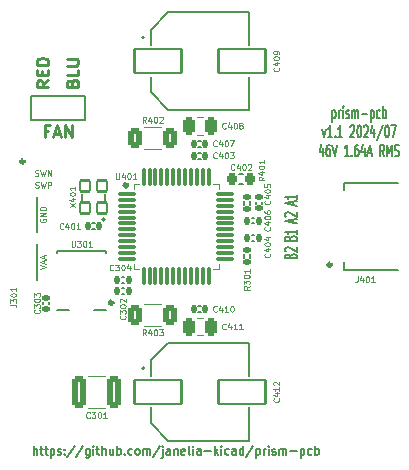
<source format=gto>
G04 #@! TF.GenerationSoftware,KiCad,Pcbnew,7.0.11*
G04 #@! TF.CreationDate,2024-07-25T16:56:22-04:00*
G04 #@! TF.ProjectId,prism-pcb,70726973-6d2d-4706-9362-2e6b69636164,1.1*
G04 #@! TF.SameCoordinates,Original*
G04 #@! TF.FileFunction,Legend,Top*
G04 #@! TF.FilePolarity,Positive*
%FSLAX46Y46*%
G04 Gerber Fmt 4.6, Leading zero omitted, Abs format (unit mm)*
G04 Created by KiCad (PCBNEW 7.0.11) date 2024-07-25 16:56:22*
%MOMM*%
%LPD*%
G01*
G04 APERTURE LIST*
G04 Aperture macros list*
%AMRoundRect*
0 Rectangle with rounded corners*
0 $1 Rounding radius*
0 $2 $3 $4 $5 $6 $7 $8 $9 X,Y pos of 4 corners*
0 Add a 4 corners polygon primitive as box body*
4,1,4,$2,$3,$4,$5,$6,$7,$8,$9,$2,$3,0*
0 Add four circle primitives for the rounded corners*
1,1,$1+$1,$2,$3*
1,1,$1+$1,$4,$5*
1,1,$1+$1,$6,$7*
1,1,$1+$1,$8,$9*
0 Add four rect primitives between the rounded corners*
20,1,$1+$1,$2,$3,$4,$5,0*
20,1,$1+$1,$4,$5,$6,$7,0*
20,1,$1+$1,$6,$7,$8,$9,0*
20,1,$1+$1,$8,$9,$2,$3,0*%
G04 Aperture macros list end*
%ADD10C,0.200000*%
%ADD11C,0.125000*%
%ADD12C,0.150000*%
%ADD13C,0.175000*%
%ADD14C,0.250000*%
%ADD15C,0.127000*%
%ADD16C,0.120000*%
%ADD17C,0.300000*%
%ADD18C,0.010000*%
%ADD19R,1.700000X1.700000*%
%ADD20O,1.700000X1.700000*%
%ADD21C,4.400000*%
%ADD22RoundRect,0.102000X-2.000000X-1.000000X2.000000X-1.000000X2.000000X1.000000X-2.000000X1.000000X0*%
%ADD23C,1.000000*%
%ADD24RoundRect,0.250000X0.312500X0.625000X-0.312500X0.625000X-0.312500X-0.625000X0.312500X-0.625000X0*%
%ADD25RoundRect,0.250000X0.325000X1.100000X-0.325000X1.100000X-0.325000X-1.100000X0.325000X-1.100000X0*%
%ADD26RoundRect,0.140000X-0.140000X-0.170000X0.140000X-0.170000X0.140000X0.170000X-0.140000X0.170000X0*%
%ADD27C,6.400000*%
%ADD28RoundRect,0.250000X-0.250000X-0.475000X0.250000X-0.475000X0.250000X0.475000X-0.250000X0.475000X0*%
%ADD29R,2.600000X2.300000*%
%ADD30R,1.500000X0.600000*%
%ADD31RoundRect,0.075000X-0.662500X-0.075000X0.662500X-0.075000X0.662500X0.075000X-0.662500X0.075000X0*%
%ADD32RoundRect,0.075000X-0.075000X-0.662500X0.075000X-0.662500X0.075000X0.662500X-0.075000X0.662500X0*%
%ADD33R,5.000000X5.000000*%
%ADD34RoundRect,0.135000X-0.185000X0.135000X-0.185000X-0.135000X0.185000X-0.135000X0.185000X0.135000X0*%
%ADD35RoundRect,0.102000X-0.400000X0.450000X-0.400000X-0.450000X0.400000X-0.450000X0.400000X0.450000X0*%
%ADD36RoundRect,0.225000X0.225000X0.250000X-0.225000X0.250000X-0.225000X-0.250000X0.225000X-0.250000X0*%
%ADD37RoundRect,0.140000X-0.170000X0.140000X-0.170000X-0.140000X0.170000X-0.140000X0.170000X0.140000X0*%
G04 APERTURE END LIST*
D10*
X140650000Y-103100000D02*
X140650000Y-106100000D01*
X140650000Y-99100000D02*
X140650000Y-102100000D01*
D11*
X140898619Y-100980952D02*
X140874809Y-101028571D01*
X140874809Y-101028571D02*
X140874809Y-101100000D01*
X140874809Y-101100000D02*
X140898619Y-101171428D01*
X140898619Y-101171428D02*
X140946238Y-101219047D01*
X140946238Y-101219047D02*
X140993857Y-101242857D01*
X140993857Y-101242857D02*
X141089095Y-101266666D01*
X141089095Y-101266666D02*
X141160523Y-101266666D01*
X141160523Y-101266666D02*
X141255761Y-101242857D01*
X141255761Y-101242857D02*
X141303380Y-101219047D01*
X141303380Y-101219047D02*
X141351000Y-101171428D01*
X141351000Y-101171428D02*
X141374809Y-101100000D01*
X141374809Y-101100000D02*
X141374809Y-101052381D01*
X141374809Y-101052381D02*
X141351000Y-100980952D01*
X141351000Y-100980952D02*
X141327190Y-100957143D01*
X141327190Y-100957143D02*
X141160523Y-100957143D01*
X141160523Y-100957143D02*
X141160523Y-101052381D01*
X141374809Y-100742857D02*
X140874809Y-100742857D01*
X140874809Y-100742857D02*
X141374809Y-100457143D01*
X141374809Y-100457143D02*
X140874809Y-100457143D01*
X141374809Y-100219047D02*
X140874809Y-100219047D01*
X140874809Y-100219047D02*
X140874809Y-100099999D01*
X140874809Y-100099999D02*
X140898619Y-100028571D01*
X140898619Y-100028571D02*
X140946238Y-99980952D01*
X140946238Y-99980952D02*
X140993857Y-99957142D01*
X140993857Y-99957142D02*
X141089095Y-99933333D01*
X141089095Y-99933333D02*
X141160523Y-99933333D01*
X141160523Y-99933333D02*
X141255761Y-99957142D01*
X141255761Y-99957142D02*
X141303380Y-99980952D01*
X141303380Y-99980952D02*
X141351000Y-100028571D01*
X141351000Y-100028571D02*
X141374809Y-100099999D01*
X141374809Y-100099999D02*
X141374809Y-100219047D01*
D12*
X162081009Y-104092856D02*
X162128628Y-104007142D01*
X162128628Y-104007142D02*
X162176247Y-103978571D01*
X162176247Y-103978571D02*
X162271485Y-103949999D01*
X162271485Y-103949999D02*
X162414342Y-103949999D01*
X162414342Y-103949999D02*
X162509580Y-103978571D01*
X162509580Y-103978571D02*
X162557200Y-104007142D01*
X162557200Y-104007142D02*
X162604819Y-104064285D01*
X162604819Y-104064285D02*
X162604819Y-104292856D01*
X162604819Y-104292856D02*
X161604819Y-104292856D01*
X161604819Y-104292856D02*
X161604819Y-104092856D01*
X161604819Y-104092856D02*
X161652438Y-104035714D01*
X161652438Y-104035714D02*
X161700057Y-104007142D01*
X161700057Y-104007142D02*
X161795295Y-103978571D01*
X161795295Y-103978571D02*
X161890533Y-103978571D01*
X161890533Y-103978571D02*
X161985771Y-104007142D01*
X161985771Y-104007142D02*
X162033390Y-104035714D01*
X162033390Y-104035714D02*
X162081009Y-104092856D01*
X162081009Y-104092856D02*
X162081009Y-104292856D01*
X161700057Y-103721428D02*
X161652438Y-103692856D01*
X161652438Y-103692856D02*
X161604819Y-103635714D01*
X161604819Y-103635714D02*
X161604819Y-103492856D01*
X161604819Y-103492856D02*
X161652438Y-103435714D01*
X161652438Y-103435714D02*
X161700057Y-103407142D01*
X161700057Y-103407142D02*
X161795295Y-103378571D01*
X161795295Y-103378571D02*
X161890533Y-103378571D01*
X161890533Y-103378571D02*
X162033390Y-103407142D01*
X162033390Y-103407142D02*
X162604819Y-103749999D01*
X162604819Y-103749999D02*
X162604819Y-103378571D01*
D11*
X140874809Y-105195236D02*
X141374809Y-105028570D01*
X141374809Y-105028570D02*
X140874809Y-104861903D01*
X141231952Y-104719046D02*
X141231952Y-104480951D01*
X141374809Y-104766665D02*
X140874809Y-104599999D01*
X140874809Y-104599999D02*
X141374809Y-104433332D01*
X141231952Y-104290475D02*
X141231952Y-104052380D01*
X141374809Y-104338094D02*
X140874809Y-104171428D01*
X140874809Y-104171428D02*
X141374809Y-104004761D01*
D12*
X162319104Y-99778571D02*
X162319104Y-99492857D01*
X162604819Y-99835714D02*
X161604819Y-99635714D01*
X161604819Y-99635714D02*
X162604819Y-99435714D01*
X162604819Y-98921428D02*
X162604819Y-99264285D01*
X162604819Y-99092856D02*
X161604819Y-99092856D01*
X161604819Y-99092856D02*
X161747676Y-99149999D01*
X161747676Y-99149999D02*
X161842914Y-99207142D01*
X161842914Y-99207142D02*
X161890533Y-99264285D01*
X162319104Y-101278571D02*
X162319104Y-100992857D01*
X162604819Y-101335714D02*
X161604819Y-101135714D01*
X161604819Y-101135714D02*
X162604819Y-100935714D01*
X161700057Y-100764285D02*
X161652438Y-100735713D01*
X161652438Y-100735713D02*
X161604819Y-100678571D01*
X161604819Y-100678571D02*
X161604819Y-100535713D01*
X161604819Y-100535713D02*
X161652438Y-100478571D01*
X161652438Y-100478571D02*
X161700057Y-100449999D01*
X161700057Y-100449999D02*
X161795295Y-100421428D01*
X161795295Y-100421428D02*
X161890533Y-100421428D01*
X161890533Y-100421428D02*
X162033390Y-100449999D01*
X162033390Y-100449999D02*
X162604819Y-100792856D01*
X162604819Y-100792856D02*
X162604819Y-100421428D01*
D11*
X140471429Y-98301000D02*
X140542857Y-98324809D01*
X140542857Y-98324809D02*
X140661905Y-98324809D01*
X140661905Y-98324809D02*
X140709524Y-98301000D01*
X140709524Y-98301000D02*
X140733333Y-98277190D01*
X140733333Y-98277190D02*
X140757143Y-98229571D01*
X140757143Y-98229571D02*
X140757143Y-98181952D01*
X140757143Y-98181952D02*
X140733333Y-98134333D01*
X140733333Y-98134333D02*
X140709524Y-98110523D01*
X140709524Y-98110523D02*
X140661905Y-98086714D01*
X140661905Y-98086714D02*
X140566667Y-98062904D01*
X140566667Y-98062904D02*
X140519048Y-98039095D01*
X140519048Y-98039095D02*
X140495238Y-98015285D01*
X140495238Y-98015285D02*
X140471429Y-97967666D01*
X140471429Y-97967666D02*
X140471429Y-97920047D01*
X140471429Y-97920047D02*
X140495238Y-97872428D01*
X140495238Y-97872428D02*
X140519048Y-97848619D01*
X140519048Y-97848619D02*
X140566667Y-97824809D01*
X140566667Y-97824809D02*
X140685714Y-97824809D01*
X140685714Y-97824809D02*
X140757143Y-97848619D01*
X140923809Y-97824809D02*
X141042857Y-98324809D01*
X141042857Y-98324809D02*
X141138095Y-97967666D01*
X141138095Y-97967666D02*
X141233333Y-98324809D01*
X141233333Y-98324809D02*
X141352381Y-97824809D01*
X141542857Y-98324809D02*
X141542857Y-97824809D01*
X141542857Y-97824809D02*
X141733333Y-97824809D01*
X141733333Y-97824809D02*
X141780952Y-97848619D01*
X141780952Y-97848619D02*
X141804762Y-97872428D01*
X141804762Y-97872428D02*
X141828571Y-97920047D01*
X141828571Y-97920047D02*
X141828571Y-97991476D01*
X141828571Y-97991476D02*
X141804762Y-98039095D01*
X141804762Y-98039095D02*
X141780952Y-98062904D01*
X141780952Y-98062904D02*
X141733333Y-98086714D01*
X141733333Y-98086714D02*
X141542857Y-98086714D01*
D12*
X165628572Y-91778152D02*
X165628572Y-92778152D01*
X165628572Y-91825771D02*
X165685715Y-91778152D01*
X165685715Y-91778152D02*
X165800000Y-91778152D01*
X165800000Y-91778152D02*
X165857143Y-91825771D01*
X165857143Y-91825771D02*
X165885715Y-91873390D01*
X165885715Y-91873390D02*
X165914286Y-91968628D01*
X165914286Y-91968628D02*
X165914286Y-92254342D01*
X165914286Y-92254342D02*
X165885715Y-92349580D01*
X165885715Y-92349580D02*
X165857143Y-92397200D01*
X165857143Y-92397200D02*
X165800000Y-92444819D01*
X165800000Y-92444819D02*
X165685715Y-92444819D01*
X165685715Y-92444819D02*
X165628572Y-92397200D01*
X166171429Y-92444819D02*
X166171429Y-91778152D01*
X166171429Y-91968628D02*
X166200000Y-91873390D01*
X166200000Y-91873390D02*
X166228572Y-91825771D01*
X166228572Y-91825771D02*
X166285714Y-91778152D01*
X166285714Y-91778152D02*
X166342857Y-91778152D01*
X166542858Y-92444819D02*
X166542858Y-91778152D01*
X166542858Y-91444819D02*
X166514286Y-91492438D01*
X166514286Y-91492438D02*
X166542858Y-91540057D01*
X166542858Y-91540057D02*
X166571429Y-91492438D01*
X166571429Y-91492438D02*
X166542858Y-91444819D01*
X166542858Y-91444819D02*
X166542858Y-91540057D01*
X166800000Y-92397200D02*
X166857143Y-92444819D01*
X166857143Y-92444819D02*
X166971429Y-92444819D01*
X166971429Y-92444819D02*
X167028572Y-92397200D01*
X167028572Y-92397200D02*
X167057143Y-92301961D01*
X167057143Y-92301961D02*
X167057143Y-92254342D01*
X167057143Y-92254342D02*
X167028572Y-92159104D01*
X167028572Y-92159104D02*
X166971429Y-92111485D01*
X166971429Y-92111485D02*
X166885715Y-92111485D01*
X166885715Y-92111485D02*
X166828572Y-92063866D01*
X166828572Y-92063866D02*
X166800000Y-91968628D01*
X166800000Y-91968628D02*
X166800000Y-91921009D01*
X166800000Y-91921009D02*
X166828572Y-91825771D01*
X166828572Y-91825771D02*
X166885715Y-91778152D01*
X166885715Y-91778152D02*
X166971429Y-91778152D01*
X166971429Y-91778152D02*
X167028572Y-91825771D01*
X167314286Y-92444819D02*
X167314286Y-91778152D01*
X167314286Y-91873390D02*
X167342857Y-91825771D01*
X167342857Y-91825771D02*
X167400000Y-91778152D01*
X167400000Y-91778152D02*
X167485714Y-91778152D01*
X167485714Y-91778152D02*
X167542857Y-91825771D01*
X167542857Y-91825771D02*
X167571429Y-91921009D01*
X167571429Y-91921009D02*
X167571429Y-92444819D01*
X167571429Y-91921009D02*
X167600000Y-91825771D01*
X167600000Y-91825771D02*
X167657143Y-91778152D01*
X167657143Y-91778152D02*
X167742857Y-91778152D01*
X167742857Y-91778152D02*
X167800000Y-91825771D01*
X167800000Y-91825771D02*
X167828571Y-91921009D01*
X167828571Y-91921009D02*
X167828571Y-92444819D01*
X168114286Y-92063866D02*
X168571429Y-92063866D01*
X168857143Y-91778152D02*
X168857143Y-92778152D01*
X168857143Y-91825771D02*
X168914286Y-91778152D01*
X168914286Y-91778152D02*
X169028571Y-91778152D01*
X169028571Y-91778152D02*
X169085714Y-91825771D01*
X169085714Y-91825771D02*
X169114286Y-91873390D01*
X169114286Y-91873390D02*
X169142857Y-91968628D01*
X169142857Y-91968628D02*
X169142857Y-92254342D01*
X169142857Y-92254342D02*
X169114286Y-92349580D01*
X169114286Y-92349580D02*
X169085714Y-92397200D01*
X169085714Y-92397200D02*
X169028571Y-92444819D01*
X169028571Y-92444819D02*
X168914286Y-92444819D01*
X168914286Y-92444819D02*
X168857143Y-92397200D01*
X169657143Y-92397200D02*
X169600000Y-92444819D01*
X169600000Y-92444819D02*
X169485714Y-92444819D01*
X169485714Y-92444819D02*
X169428571Y-92397200D01*
X169428571Y-92397200D02*
X169400000Y-92349580D01*
X169400000Y-92349580D02*
X169371428Y-92254342D01*
X169371428Y-92254342D02*
X169371428Y-91968628D01*
X169371428Y-91968628D02*
X169400000Y-91873390D01*
X169400000Y-91873390D02*
X169428571Y-91825771D01*
X169428571Y-91825771D02*
X169485714Y-91778152D01*
X169485714Y-91778152D02*
X169600000Y-91778152D01*
X169600000Y-91778152D02*
X169657143Y-91825771D01*
X169914286Y-92444819D02*
X169914286Y-91444819D01*
X169914286Y-91825771D02*
X169971429Y-91778152D01*
X169971429Y-91778152D02*
X170085714Y-91778152D01*
X170085714Y-91778152D02*
X170142857Y-91825771D01*
X170142857Y-91825771D02*
X170171429Y-91873390D01*
X170171429Y-91873390D02*
X170200000Y-91968628D01*
X170200000Y-91968628D02*
X170200000Y-92254342D01*
X170200000Y-92254342D02*
X170171429Y-92349580D01*
X170171429Y-92349580D02*
X170142857Y-92397200D01*
X170142857Y-92397200D02*
X170085714Y-92444819D01*
X170085714Y-92444819D02*
X169971429Y-92444819D01*
X169971429Y-92444819D02*
X169914286Y-92397200D01*
X164785713Y-93388152D02*
X164928570Y-94054819D01*
X164928570Y-94054819D02*
X165071427Y-93388152D01*
X165614284Y-94054819D02*
X165271427Y-94054819D01*
X165442856Y-94054819D02*
X165442856Y-93054819D01*
X165442856Y-93054819D02*
X165385713Y-93197676D01*
X165385713Y-93197676D02*
X165328570Y-93292914D01*
X165328570Y-93292914D02*
X165271427Y-93340533D01*
X165871428Y-93959580D02*
X165899999Y-94007200D01*
X165899999Y-94007200D02*
X165871428Y-94054819D01*
X165871428Y-94054819D02*
X165842856Y-94007200D01*
X165842856Y-94007200D02*
X165871428Y-93959580D01*
X165871428Y-93959580D02*
X165871428Y-94054819D01*
X166471427Y-94054819D02*
X166128570Y-94054819D01*
X166299999Y-94054819D02*
X166299999Y-93054819D01*
X166299999Y-93054819D02*
X166242856Y-93197676D01*
X166242856Y-93197676D02*
X166185713Y-93292914D01*
X166185713Y-93292914D02*
X166128570Y-93340533D01*
X167157142Y-93150057D02*
X167185714Y-93102438D01*
X167185714Y-93102438D02*
X167242857Y-93054819D01*
X167242857Y-93054819D02*
X167385714Y-93054819D01*
X167385714Y-93054819D02*
X167442857Y-93102438D01*
X167442857Y-93102438D02*
X167471428Y-93150057D01*
X167471428Y-93150057D02*
X167499999Y-93245295D01*
X167499999Y-93245295D02*
X167499999Y-93340533D01*
X167499999Y-93340533D02*
X167471428Y-93483390D01*
X167471428Y-93483390D02*
X167128571Y-94054819D01*
X167128571Y-94054819D02*
X167499999Y-94054819D01*
X167871428Y-93054819D02*
X167928571Y-93054819D01*
X167928571Y-93054819D02*
X167985714Y-93102438D01*
X167985714Y-93102438D02*
X168014286Y-93150057D01*
X168014286Y-93150057D02*
X168042857Y-93245295D01*
X168042857Y-93245295D02*
X168071428Y-93435771D01*
X168071428Y-93435771D02*
X168071428Y-93673866D01*
X168071428Y-93673866D02*
X168042857Y-93864342D01*
X168042857Y-93864342D02*
X168014286Y-93959580D01*
X168014286Y-93959580D02*
X167985714Y-94007200D01*
X167985714Y-94007200D02*
X167928571Y-94054819D01*
X167928571Y-94054819D02*
X167871428Y-94054819D01*
X167871428Y-94054819D02*
X167814286Y-94007200D01*
X167814286Y-94007200D02*
X167785714Y-93959580D01*
X167785714Y-93959580D02*
X167757143Y-93864342D01*
X167757143Y-93864342D02*
X167728571Y-93673866D01*
X167728571Y-93673866D02*
X167728571Y-93435771D01*
X167728571Y-93435771D02*
X167757143Y-93245295D01*
X167757143Y-93245295D02*
X167785714Y-93150057D01*
X167785714Y-93150057D02*
X167814286Y-93102438D01*
X167814286Y-93102438D02*
X167871428Y-93054819D01*
X168300000Y-93150057D02*
X168328572Y-93102438D01*
X168328572Y-93102438D02*
X168385715Y-93054819D01*
X168385715Y-93054819D02*
X168528572Y-93054819D01*
X168528572Y-93054819D02*
X168585715Y-93102438D01*
X168585715Y-93102438D02*
X168614286Y-93150057D01*
X168614286Y-93150057D02*
X168642857Y-93245295D01*
X168642857Y-93245295D02*
X168642857Y-93340533D01*
X168642857Y-93340533D02*
X168614286Y-93483390D01*
X168614286Y-93483390D02*
X168271429Y-94054819D01*
X168271429Y-94054819D02*
X168642857Y-94054819D01*
X169157144Y-93388152D02*
X169157144Y-94054819D01*
X169014286Y-93007200D02*
X168871429Y-93721485D01*
X168871429Y-93721485D02*
X169242858Y-93721485D01*
X169900001Y-93007200D02*
X169385715Y-94292914D01*
X170214286Y-93054819D02*
X170271429Y-93054819D01*
X170271429Y-93054819D02*
X170328572Y-93102438D01*
X170328572Y-93102438D02*
X170357144Y-93150057D01*
X170357144Y-93150057D02*
X170385715Y-93245295D01*
X170385715Y-93245295D02*
X170414286Y-93435771D01*
X170414286Y-93435771D02*
X170414286Y-93673866D01*
X170414286Y-93673866D02*
X170385715Y-93864342D01*
X170385715Y-93864342D02*
X170357144Y-93959580D01*
X170357144Y-93959580D02*
X170328572Y-94007200D01*
X170328572Y-94007200D02*
X170271429Y-94054819D01*
X170271429Y-94054819D02*
X170214286Y-94054819D01*
X170214286Y-94054819D02*
X170157144Y-94007200D01*
X170157144Y-94007200D02*
X170128572Y-93959580D01*
X170128572Y-93959580D02*
X170100001Y-93864342D01*
X170100001Y-93864342D02*
X170071429Y-93673866D01*
X170071429Y-93673866D02*
X170071429Y-93435771D01*
X170071429Y-93435771D02*
X170100001Y-93245295D01*
X170100001Y-93245295D02*
X170128572Y-93150057D01*
X170128572Y-93150057D02*
X170157144Y-93102438D01*
X170157144Y-93102438D02*
X170214286Y-93054819D01*
X170614287Y-93054819D02*
X171014287Y-93054819D01*
X171014287Y-93054819D02*
X170757144Y-94054819D01*
X164828570Y-94998152D02*
X164828570Y-95664819D01*
X164685712Y-94617200D02*
X164542855Y-95331485D01*
X164542855Y-95331485D02*
X164914284Y-95331485D01*
X165399999Y-94664819D02*
X165285713Y-94664819D01*
X165285713Y-94664819D02*
X165228570Y-94712438D01*
X165228570Y-94712438D02*
X165199999Y-94760057D01*
X165199999Y-94760057D02*
X165142856Y-94902914D01*
X165142856Y-94902914D02*
X165114284Y-95093390D01*
X165114284Y-95093390D02*
X165114284Y-95474342D01*
X165114284Y-95474342D02*
X165142856Y-95569580D01*
X165142856Y-95569580D02*
X165171427Y-95617200D01*
X165171427Y-95617200D02*
X165228570Y-95664819D01*
X165228570Y-95664819D02*
X165342856Y-95664819D01*
X165342856Y-95664819D02*
X165399999Y-95617200D01*
X165399999Y-95617200D02*
X165428570Y-95569580D01*
X165428570Y-95569580D02*
X165457141Y-95474342D01*
X165457141Y-95474342D02*
X165457141Y-95236247D01*
X165457141Y-95236247D02*
X165428570Y-95141009D01*
X165428570Y-95141009D02*
X165399999Y-95093390D01*
X165399999Y-95093390D02*
X165342856Y-95045771D01*
X165342856Y-95045771D02*
X165228570Y-95045771D01*
X165228570Y-95045771D02*
X165171427Y-95093390D01*
X165171427Y-95093390D02*
X165142856Y-95141009D01*
X165142856Y-95141009D02*
X165114284Y-95236247D01*
X165628570Y-94664819D02*
X165828570Y-95664819D01*
X165828570Y-95664819D02*
X166028570Y-94664819D01*
X166999999Y-95664819D02*
X166657142Y-95664819D01*
X166828571Y-95664819D02*
X166828571Y-94664819D01*
X166828571Y-94664819D02*
X166771428Y-94807676D01*
X166771428Y-94807676D02*
X166714285Y-94902914D01*
X166714285Y-94902914D02*
X166657142Y-94950533D01*
X167257143Y-95569580D02*
X167285714Y-95617200D01*
X167285714Y-95617200D02*
X167257143Y-95664819D01*
X167257143Y-95664819D02*
X167228571Y-95617200D01*
X167228571Y-95617200D02*
X167257143Y-95569580D01*
X167257143Y-95569580D02*
X167257143Y-95664819D01*
X167800000Y-94664819D02*
X167685714Y-94664819D01*
X167685714Y-94664819D02*
X167628571Y-94712438D01*
X167628571Y-94712438D02*
X167600000Y-94760057D01*
X167600000Y-94760057D02*
X167542857Y-94902914D01*
X167542857Y-94902914D02*
X167514285Y-95093390D01*
X167514285Y-95093390D02*
X167514285Y-95474342D01*
X167514285Y-95474342D02*
X167542857Y-95569580D01*
X167542857Y-95569580D02*
X167571428Y-95617200D01*
X167571428Y-95617200D02*
X167628571Y-95664819D01*
X167628571Y-95664819D02*
X167742857Y-95664819D01*
X167742857Y-95664819D02*
X167800000Y-95617200D01*
X167800000Y-95617200D02*
X167828571Y-95569580D01*
X167828571Y-95569580D02*
X167857142Y-95474342D01*
X167857142Y-95474342D02*
X167857142Y-95236247D01*
X167857142Y-95236247D02*
X167828571Y-95141009D01*
X167828571Y-95141009D02*
X167800000Y-95093390D01*
X167800000Y-95093390D02*
X167742857Y-95045771D01*
X167742857Y-95045771D02*
X167628571Y-95045771D01*
X167628571Y-95045771D02*
X167571428Y-95093390D01*
X167571428Y-95093390D02*
X167542857Y-95141009D01*
X167542857Y-95141009D02*
X167514285Y-95236247D01*
X168371429Y-94998152D02*
X168371429Y-95664819D01*
X168228571Y-94617200D02*
X168085714Y-95331485D01*
X168085714Y-95331485D02*
X168457143Y-95331485D01*
X168657143Y-95379104D02*
X168942858Y-95379104D01*
X168600000Y-95664819D02*
X168800000Y-94664819D01*
X168800000Y-94664819D02*
X169000000Y-95664819D01*
X170000001Y-95664819D02*
X169800001Y-95188628D01*
X169657144Y-95664819D02*
X169657144Y-94664819D01*
X169657144Y-94664819D02*
X169885715Y-94664819D01*
X169885715Y-94664819D02*
X169942858Y-94712438D01*
X169942858Y-94712438D02*
X169971429Y-94760057D01*
X169971429Y-94760057D02*
X170000001Y-94855295D01*
X170000001Y-94855295D02*
X170000001Y-94998152D01*
X170000001Y-94998152D02*
X169971429Y-95093390D01*
X169971429Y-95093390D02*
X169942858Y-95141009D01*
X169942858Y-95141009D02*
X169885715Y-95188628D01*
X169885715Y-95188628D02*
X169657144Y-95188628D01*
X170257144Y-95664819D02*
X170257144Y-94664819D01*
X170257144Y-94664819D02*
X170457144Y-95379104D01*
X170457144Y-95379104D02*
X170657144Y-94664819D01*
X170657144Y-94664819D02*
X170657144Y-95664819D01*
X170914286Y-95617200D02*
X171000001Y-95664819D01*
X171000001Y-95664819D02*
X171142858Y-95664819D01*
X171142858Y-95664819D02*
X171200001Y-95617200D01*
X171200001Y-95617200D02*
X171228572Y-95569580D01*
X171228572Y-95569580D02*
X171257143Y-95474342D01*
X171257143Y-95474342D02*
X171257143Y-95379104D01*
X171257143Y-95379104D02*
X171228572Y-95283866D01*
X171228572Y-95283866D02*
X171200001Y-95236247D01*
X171200001Y-95236247D02*
X171142858Y-95188628D01*
X171142858Y-95188628D02*
X171028572Y-95141009D01*
X171028572Y-95141009D02*
X170971429Y-95093390D01*
X170971429Y-95093390D02*
X170942858Y-95045771D01*
X170942858Y-95045771D02*
X170914286Y-94950533D01*
X170914286Y-94950533D02*
X170914286Y-94855295D01*
X170914286Y-94855295D02*
X170942858Y-94760057D01*
X170942858Y-94760057D02*
X170971429Y-94712438D01*
X170971429Y-94712438D02*
X171028572Y-94664819D01*
X171028572Y-94664819D02*
X171171429Y-94664819D01*
X171171429Y-94664819D02*
X171257143Y-94712438D01*
D13*
X140333337Y-120937864D02*
X140333337Y-120187864D01*
X140633337Y-120937864D02*
X140633337Y-120545007D01*
X140633337Y-120545007D02*
X140600004Y-120473578D01*
X140600004Y-120473578D02*
X140533337Y-120437864D01*
X140533337Y-120437864D02*
X140433337Y-120437864D01*
X140433337Y-120437864D02*
X140366671Y-120473578D01*
X140366671Y-120473578D02*
X140333337Y-120509292D01*
X140866670Y-120437864D02*
X141133337Y-120437864D01*
X140966670Y-120187864D02*
X140966670Y-120830721D01*
X140966670Y-120830721D02*
X141000004Y-120902150D01*
X141000004Y-120902150D02*
X141066670Y-120937864D01*
X141066670Y-120937864D02*
X141133337Y-120937864D01*
X141266670Y-120437864D02*
X141533337Y-120437864D01*
X141366670Y-120187864D02*
X141366670Y-120830721D01*
X141366670Y-120830721D02*
X141400004Y-120902150D01*
X141400004Y-120902150D02*
X141466670Y-120937864D01*
X141466670Y-120937864D02*
X141533337Y-120937864D01*
X141766670Y-120437864D02*
X141766670Y-121187864D01*
X141766670Y-120473578D02*
X141833337Y-120437864D01*
X141833337Y-120437864D02*
X141966670Y-120437864D01*
X141966670Y-120437864D02*
X142033337Y-120473578D01*
X142033337Y-120473578D02*
X142066670Y-120509292D01*
X142066670Y-120509292D02*
X142100004Y-120580721D01*
X142100004Y-120580721D02*
X142100004Y-120795007D01*
X142100004Y-120795007D02*
X142066670Y-120866435D01*
X142066670Y-120866435D02*
X142033337Y-120902150D01*
X142033337Y-120902150D02*
X141966670Y-120937864D01*
X141966670Y-120937864D02*
X141833337Y-120937864D01*
X141833337Y-120937864D02*
X141766670Y-120902150D01*
X142366670Y-120902150D02*
X142433337Y-120937864D01*
X142433337Y-120937864D02*
X142566670Y-120937864D01*
X142566670Y-120937864D02*
X142633337Y-120902150D01*
X142633337Y-120902150D02*
X142666670Y-120830721D01*
X142666670Y-120830721D02*
X142666670Y-120795007D01*
X142666670Y-120795007D02*
X142633337Y-120723578D01*
X142633337Y-120723578D02*
X142566670Y-120687864D01*
X142566670Y-120687864D02*
X142466670Y-120687864D01*
X142466670Y-120687864D02*
X142400003Y-120652150D01*
X142400003Y-120652150D02*
X142366670Y-120580721D01*
X142366670Y-120580721D02*
X142366670Y-120545007D01*
X142366670Y-120545007D02*
X142400003Y-120473578D01*
X142400003Y-120473578D02*
X142466670Y-120437864D01*
X142466670Y-120437864D02*
X142566670Y-120437864D01*
X142566670Y-120437864D02*
X142633337Y-120473578D01*
X142966670Y-120866435D02*
X143000004Y-120902150D01*
X143000004Y-120902150D02*
X142966670Y-120937864D01*
X142966670Y-120937864D02*
X142933337Y-120902150D01*
X142933337Y-120902150D02*
X142966670Y-120866435D01*
X142966670Y-120866435D02*
X142966670Y-120937864D01*
X142966670Y-120473578D02*
X143000004Y-120509292D01*
X143000004Y-120509292D02*
X142966670Y-120545007D01*
X142966670Y-120545007D02*
X142933337Y-120509292D01*
X142933337Y-120509292D02*
X142966670Y-120473578D01*
X142966670Y-120473578D02*
X142966670Y-120545007D01*
X143800003Y-120152150D02*
X143200003Y-121116435D01*
X144533336Y-120152150D02*
X143933336Y-121116435D01*
X145066669Y-120437864D02*
X145066669Y-121045007D01*
X145066669Y-121045007D02*
X145033336Y-121116435D01*
X145033336Y-121116435D02*
X145000003Y-121152150D01*
X145000003Y-121152150D02*
X144933336Y-121187864D01*
X144933336Y-121187864D02*
X144833336Y-121187864D01*
X144833336Y-121187864D02*
X144766669Y-121152150D01*
X145066669Y-120902150D02*
X145000003Y-120937864D01*
X145000003Y-120937864D02*
X144866669Y-120937864D01*
X144866669Y-120937864D02*
X144800003Y-120902150D01*
X144800003Y-120902150D02*
X144766669Y-120866435D01*
X144766669Y-120866435D02*
X144733336Y-120795007D01*
X144733336Y-120795007D02*
X144733336Y-120580721D01*
X144733336Y-120580721D02*
X144766669Y-120509292D01*
X144766669Y-120509292D02*
X144800003Y-120473578D01*
X144800003Y-120473578D02*
X144866669Y-120437864D01*
X144866669Y-120437864D02*
X145000003Y-120437864D01*
X145000003Y-120437864D02*
X145066669Y-120473578D01*
X145400002Y-120937864D02*
X145400002Y-120437864D01*
X145400002Y-120187864D02*
X145366669Y-120223578D01*
X145366669Y-120223578D02*
X145400002Y-120259292D01*
X145400002Y-120259292D02*
X145433336Y-120223578D01*
X145433336Y-120223578D02*
X145400002Y-120187864D01*
X145400002Y-120187864D02*
X145400002Y-120259292D01*
X145633335Y-120437864D02*
X145900002Y-120437864D01*
X145733335Y-120187864D02*
X145733335Y-120830721D01*
X145733335Y-120830721D02*
X145766669Y-120902150D01*
X145766669Y-120902150D02*
X145833335Y-120937864D01*
X145833335Y-120937864D02*
X145900002Y-120937864D01*
X146133335Y-120937864D02*
X146133335Y-120187864D01*
X146433335Y-120937864D02*
X146433335Y-120545007D01*
X146433335Y-120545007D02*
X146400002Y-120473578D01*
X146400002Y-120473578D02*
X146333335Y-120437864D01*
X146333335Y-120437864D02*
X146233335Y-120437864D01*
X146233335Y-120437864D02*
X146166669Y-120473578D01*
X146166669Y-120473578D02*
X146133335Y-120509292D01*
X147066668Y-120437864D02*
X147066668Y-120937864D01*
X146766668Y-120437864D02*
X146766668Y-120830721D01*
X146766668Y-120830721D02*
X146800002Y-120902150D01*
X146800002Y-120902150D02*
X146866668Y-120937864D01*
X146866668Y-120937864D02*
X146966668Y-120937864D01*
X146966668Y-120937864D02*
X147033335Y-120902150D01*
X147033335Y-120902150D02*
X147066668Y-120866435D01*
X147400001Y-120937864D02*
X147400001Y-120187864D01*
X147400001Y-120473578D02*
X147466668Y-120437864D01*
X147466668Y-120437864D02*
X147600001Y-120437864D01*
X147600001Y-120437864D02*
X147666668Y-120473578D01*
X147666668Y-120473578D02*
X147700001Y-120509292D01*
X147700001Y-120509292D02*
X147733335Y-120580721D01*
X147733335Y-120580721D02*
X147733335Y-120795007D01*
X147733335Y-120795007D02*
X147700001Y-120866435D01*
X147700001Y-120866435D02*
X147666668Y-120902150D01*
X147666668Y-120902150D02*
X147600001Y-120937864D01*
X147600001Y-120937864D02*
X147466668Y-120937864D01*
X147466668Y-120937864D02*
X147400001Y-120902150D01*
X148033334Y-120866435D02*
X148066668Y-120902150D01*
X148066668Y-120902150D02*
X148033334Y-120937864D01*
X148033334Y-120937864D02*
X148000001Y-120902150D01*
X148000001Y-120902150D02*
X148033334Y-120866435D01*
X148033334Y-120866435D02*
X148033334Y-120937864D01*
X148666667Y-120902150D02*
X148600001Y-120937864D01*
X148600001Y-120937864D02*
X148466667Y-120937864D01*
X148466667Y-120937864D02*
X148400001Y-120902150D01*
X148400001Y-120902150D02*
X148366667Y-120866435D01*
X148366667Y-120866435D02*
X148333334Y-120795007D01*
X148333334Y-120795007D02*
X148333334Y-120580721D01*
X148333334Y-120580721D02*
X148366667Y-120509292D01*
X148366667Y-120509292D02*
X148400001Y-120473578D01*
X148400001Y-120473578D02*
X148466667Y-120437864D01*
X148466667Y-120437864D02*
X148600001Y-120437864D01*
X148600001Y-120437864D02*
X148666667Y-120473578D01*
X149066667Y-120937864D02*
X149000001Y-120902150D01*
X149000001Y-120902150D02*
X148966667Y-120866435D01*
X148966667Y-120866435D02*
X148933334Y-120795007D01*
X148933334Y-120795007D02*
X148933334Y-120580721D01*
X148933334Y-120580721D02*
X148966667Y-120509292D01*
X148966667Y-120509292D02*
X149000001Y-120473578D01*
X149000001Y-120473578D02*
X149066667Y-120437864D01*
X149066667Y-120437864D02*
X149166667Y-120437864D01*
X149166667Y-120437864D02*
X149233334Y-120473578D01*
X149233334Y-120473578D02*
X149266667Y-120509292D01*
X149266667Y-120509292D02*
X149300001Y-120580721D01*
X149300001Y-120580721D02*
X149300001Y-120795007D01*
X149300001Y-120795007D02*
X149266667Y-120866435D01*
X149266667Y-120866435D02*
X149233334Y-120902150D01*
X149233334Y-120902150D02*
X149166667Y-120937864D01*
X149166667Y-120937864D02*
X149066667Y-120937864D01*
X149600000Y-120937864D02*
X149600000Y-120437864D01*
X149600000Y-120509292D02*
X149633334Y-120473578D01*
X149633334Y-120473578D02*
X149700000Y-120437864D01*
X149700000Y-120437864D02*
X149800000Y-120437864D01*
X149800000Y-120437864D02*
X149866667Y-120473578D01*
X149866667Y-120473578D02*
X149900000Y-120545007D01*
X149900000Y-120545007D02*
X149900000Y-120937864D01*
X149900000Y-120545007D02*
X149933334Y-120473578D01*
X149933334Y-120473578D02*
X150000000Y-120437864D01*
X150000000Y-120437864D02*
X150100000Y-120437864D01*
X150100000Y-120437864D02*
X150166667Y-120473578D01*
X150166667Y-120473578D02*
X150200000Y-120545007D01*
X150200000Y-120545007D02*
X150200000Y-120937864D01*
X151033333Y-120152150D02*
X150433333Y-121116435D01*
X151266666Y-120437864D02*
X151266666Y-121080721D01*
X151266666Y-121080721D02*
X151233333Y-121152150D01*
X151233333Y-121152150D02*
X151166666Y-121187864D01*
X151166666Y-121187864D02*
X151133333Y-121187864D01*
X151266666Y-120187864D02*
X151233333Y-120223578D01*
X151233333Y-120223578D02*
X151266666Y-120259292D01*
X151266666Y-120259292D02*
X151300000Y-120223578D01*
X151300000Y-120223578D02*
X151266666Y-120187864D01*
X151266666Y-120187864D02*
X151266666Y-120259292D01*
X151899999Y-120937864D02*
X151899999Y-120545007D01*
X151899999Y-120545007D02*
X151866666Y-120473578D01*
X151866666Y-120473578D02*
X151799999Y-120437864D01*
X151799999Y-120437864D02*
X151666666Y-120437864D01*
X151666666Y-120437864D02*
X151599999Y-120473578D01*
X151899999Y-120902150D02*
X151833333Y-120937864D01*
X151833333Y-120937864D02*
X151666666Y-120937864D01*
X151666666Y-120937864D02*
X151599999Y-120902150D01*
X151599999Y-120902150D02*
X151566666Y-120830721D01*
X151566666Y-120830721D02*
X151566666Y-120759292D01*
X151566666Y-120759292D02*
X151599999Y-120687864D01*
X151599999Y-120687864D02*
X151666666Y-120652150D01*
X151666666Y-120652150D02*
X151833333Y-120652150D01*
X151833333Y-120652150D02*
X151899999Y-120616435D01*
X152233332Y-120437864D02*
X152233332Y-120937864D01*
X152233332Y-120509292D02*
X152266666Y-120473578D01*
X152266666Y-120473578D02*
X152333332Y-120437864D01*
X152333332Y-120437864D02*
X152433332Y-120437864D01*
X152433332Y-120437864D02*
X152499999Y-120473578D01*
X152499999Y-120473578D02*
X152533332Y-120545007D01*
X152533332Y-120545007D02*
X152533332Y-120937864D01*
X153133332Y-120902150D02*
X153066665Y-120937864D01*
X153066665Y-120937864D02*
X152933332Y-120937864D01*
X152933332Y-120937864D02*
X152866665Y-120902150D01*
X152866665Y-120902150D02*
X152833332Y-120830721D01*
X152833332Y-120830721D02*
X152833332Y-120545007D01*
X152833332Y-120545007D02*
X152866665Y-120473578D01*
X152866665Y-120473578D02*
X152933332Y-120437864D01*
X152933332Y-120437864D02*
X153066665Y-120437864D01*
X153066665Y-120437864D02*
X153133332Y-120473578D01*
X153133332Y-120473578D02*
X153166665Y-120545007D01*
X153166665Y-120545007D02*
X153166665Y-120616435D01*
X153166665Y-120616435D02*
X152833332Y-120687864D01*
X153566665Y-120937864D02*
X153499999Y-120902150D01*
X153499999Y-120902150D02*
X153466665Y-120830721D01*
X153466665Y-120830721D02*
X153466665Y-120187864D01*
X153833332Y-120937864D02*
X153833332Y-120437864D01*
X153833332Y-120187864D02*
X153799999Y-120223578D01*
X153799999Y-120223578D02*
X153833332Y-120259292D01*
X153833332Y-120259292D02*
X153866666Y-120223578D01*
X153866666Y-120223578D02*
X153833332Y-120187864D01*
X153833332Y-120187864D02*
X153833332Y-120259292D01*
X154466665Y-120937864D02*
X154466665Y-120545007D01*
X154466665Y-120545007D02*
X154433332Y-120473578D01*
X154433332Y-120473578D02*
X154366665Y-120437864D01*
X154366665Y-120437864D02*
X154233332Y-120437864D01*
X154233332Y-120437864D02*
X154166665Y-120473578D01*
X154466665Y-120902150D02*
X154399999Y-120937864D01*
X154399999Y-120937864D02*
X154233332Y-120937864D01*
X154233332Y-120937864D02*
X154166665Y-120902150D01*
X154166665Y-120902150D02*
X154133332Y-120830721D01*
X154133332Y-120830721D02*
X154133332Y-120759292D01*
X154133332Y-120759292D02*
X154166665Y-120687864D01*
X154166665Y-120687864D02*
X154233332Y-120652150D01*
X154233332Y-120652150D02*
X154399999Y-120652150D01*
X154399999Y-120652150D02*
X154466665Y-120616435D01*
X154799998Y-120652150D02*
X155333332Y-120652150D01*
X155666665Y-120937864D02*
X155666665Y-120187864D01*
X155733332Y-120652150D02*
X155933332Y-120937864D01*
X155933332Y-120437864D02*
X155666665Y-120723578D01*
X156233332Y-120937864D02*
X156233332Y-120437864D01*
X156233332Y-120187864D02*
X156199999Y-120223578D01*
X156199999Y-120223578D02*
X156233332Y-120259292D01*
X156233332Y-120259292D02*
X156266666Y-120223578D01*
X156266666Y-120223578D02*
X156233332Y-120187864D01*
X156233332Y-120187864D02*
X156233332Y-120259292D01*
X156866665Y-120902150D02*
X156799999Y-120937864D01*
X156799999Y-120937864D02*
X156666665Y-120937864D01*
X156666665Y-120937864D02*
X156599999Y-120902150D01*
X156599999Y-120902150D02*
X156566665Y-120866435D01*
X156566665Y-120866435D02*
X156533332Y-120795007D01*
X156533332Y-120795007D02*
X156533332Y-120580721D01*
X156533332Y-120580721D02*
X156566665Y-120509292D01*
X156566665Y-120509292D02*
X156599999Y-120473578D01*
X156599999Y-120473578D02*
X156666665Y-120437864D01*
X156666665Y-120437864D02*
X156799999Y-120437864D01*
X156799999Y-120437864D02*
X156866665Y-120473578D01*
X157466665Y-120937864D02*
X157466665Y-120545007D01*
X157466665Y-120545007D02*
X157433332Y-120473578D01*
X157433332Y-120473578D02*
X157366665Y-120437864D01*
X157366665Y-120437864D02*
X157233332Y-120437864D01*
X157233332Y-120437864D02*
X157166665Y-120473578D01*
X157466665Y-120902150D02*
X157399999Y-120937864D01*
X157399999Y-120937864D02*
X157233332Y-120937864D01*
X157233332Y-120937864D02*
X157166665Y-120902150D01*
X157166665Y-120902150D02*
X157133332Y-120830721D01*
X157133332Y-120830721D02*
X157133332Y-120759292D01*
X157133332Y-120759292D02*
X157166665Y-120687864D01*
X157166665Y-120687864D02*
X157233332Y-120652150D01*
X157233332Y-120652150D02*
X157399999Y-120652150D01*
X157399999Y-120652150D02*
X157466665Y-120616435D01*
X158099998Y-120937864D02*
X158099998Y-120187864D01*
X158099998Y-120902150D02*
X158033332Y-120937864D01*
X158033332Y-120937864D02*
X157899998Y-120937864D01*
X157899998Y-120937864D02*
X157833332Y-120902150D01*
X157833332Y-120902150D02*
X157799998Y-120866435D01*
X157799998Y-120866435D02*
X157766665Y-120795007D01*
X157766665Y-120795007D02*
X157766665Y-120580721D01*
X157766665Y-120580721D02*
X157799998Y-120509292D01*
X157799998Y-120509292D02*
X157833332Y-120473578D01*
X157833332Y-120473578D02*
X157899998Y-120437864D01*
X157899998Y-120437864D02*
X158033332Y-120437864D01*
X158033332Y-120437864D02*
X158099998Y-120473578D01*
X158933331Y-120152150D02*
X158333331Y-121116435D01*
X159166664Y-120437864D02*
X159166664Y-121187864D01*
X159166664Y-120473578D02*
X159233331Y-120437864D01*
X159233331Y-120437864D02*
X159366664Y-120437864D01*
X159366664Y-120437864D02*
X159433331Y-120473578D01*
X159433331Y-120473578D02*
X159466664Y-120509292D01*
X159466664Y-120509292D02*
X159499998Y-120580721D01*
X159499998Y-120580721D02*
X159499998Y-120795007D01*
X159499998Y-120795007D02*
X159466664Y-120866435D01*
X159466664Y-120866435D02*
X159433331Y-120902150D01*
X159433331Y-120902150D02*
X159366664Y-120937864D01*
X159366664Y-120937864D02*
X159233331Y-120937864D01*
X159233331Y-120937864D02*
X159166664Y-120902150D01*
X159799997Y-120937864D02*
X159799997Y-120437864D01*
X159799997Y-120580721D02*
X159833331Y-120509292D01*
X159833331Y-120509292D02*
X159866664Y-120473578D01*
X159866664Y-120473578D02*
X159933331Y-120437864D01*
X159933331Y-120437864D02*
X159999997Y-120437864D01*
X160233330Y-120937864D02*
X160233330Y-120437864D01*
X160233330Y-120187864D02*
X160199997Y-120223578D01*
X160199997Y-120223578D02*
X160233330Y-120259292D01*
X160233330Y-120259292D02*
X160266664Y-120223578D01*
X160266664Y-120223578D02*
X160233330Y-120187864D01*
X160233330Y-120187864D02*
X160233330Y-120259292D01*
X160533330Y-120902150D02*
X160599997Y-120937864D01*
X160599997Y-120937864D02*
X160733330Y-120937864D01*
X160733330Y-120937864D02*
X160799997Y-120902150D01*
X160799997Y-120902150D02*
X160833330Y-120830721D01*
X160833330Y-120830721D02*
X160833330Y-120795007D01*
X160833330Y-120795007D02*
X160799997Y-120723578D01*
X160799997Y-120723578D02*
X160733330Y-120687864D01*
X160733330Y-120687864D02*
X160633330Y-120687864D01*
X160633330Y-120687864D02*
X160566663Y-120652150D01*
X160566663Y-120652150D02*
X160533330Y-120580721D01*
X160533330Y-120580721D02*
X160533330Y-120545007D01*
X160533330Y-120545007D02*
X160566663Y-120473578D01*
X160566663Y-120473578D02*
X160633330Y-120437864D01*
X160633330Y-120437864D02*
X160733330Y-120437864D01*
X160733330Y-120437864D02*
X160799997Y-120473578D01*
X161133330Y-120937864D02*
X161133330Y-120437864D01*
X161133330Y-120509292D02*
X161166664Y-120473578D01*
X161166664Y-120473578D02*
X161233330Y-120437864D01*
X161233330Y-120437864D02*
X161333330Y-120437864D01*
X161333330Y-120437864D02*
X161399997Y-120473578D01*
X161399997Y-120473578D02*
X161433330Y-120545007D01*
X161433330Y-120545007D02*
X161433330Y-120937864D01*
X161433330Y-120545007D02*
X161466664Y-120473578D01*
X161466664Y-120473578D02*
X161533330Y-120437864D01*
X161533330Y-120437864D02*
X161633330Y-120437864D01*
X161633330Y-120437864D02*
X161699997Y-120473578D01*
X161699997Y-120473578D02*
X161733330Y-120545007D01*
X161733330Y-120545007D02*
X161733330Y-120937864D01*
X162066663Y-120652150D02*
X162599997Y-120652150D01*
X162933330Y-120437864D02*
X162933330Y-121187864D01*
X162933330Y-120473578D02*
X162999997Y-120437864D01*
X162999997Y-120437864D02*
X163133330Y-120437864D01*
X163133330Y-120437864D02*
X163199997Y-120473578D01*
X163199997Y-120473578D02*
X163233330Y-120509292D01*
X163233330Y-120509292D02*
X163266664Y-120580721D01*
X163266664Y-120580721D02*
X163266664Y-120795007D01*
X163266664Y-120795007D02*
X163233330Y-120866435D01*
X163233330Y-120866435D02*
X163199997Y-120902150D01*
X163199997Y-120902150D02*
X163133330Y-120937864D01*
X163133330Y-120937864D02*
X162999997Y-120937864D01*
X162999997Y-120937864D02*
X162933330Y-120902150D01*
X163866663Y-120902150D02*
X163799997Y-120937864D01*
X163799997Y-120937864D02*
X163666663Y-120937864D01*
X163666663Y-120937864D02*
X163599997Y-120902150D01*
X163599997Y-120902150D02*
X163566663Y-120866435D01*
X163566663Y-120866435D02*
X163533330Y-120795007D01*
X163533330Y-120795007D02*
X163533330Y-120580721D01*
X163533330Y-120580721D02*
X163566663Y-120509292D01*
X163566663Y-120509292D02*
X163599997Y-120473578D01*
X163599997Y-120473578D02*
X163666663Y-120437864D01*
X163666663Y-120437864D02*
X163799997Y-120437864D01*
X163799997Y-120437864D02*
X163866663Y-120473578D01*
X164166663Y-120937864D02*
X164166663Y-120187864D01*
X164166663Y-120473578D02*
X164233330Y-120437864D01*
X164233330Y-120437864D02*
X164366663Y-120437864D01*
X164366663Y-120437864D02*
X164433330Y-120473578D01*
X164433330Y-120473578D02*
X164466663Y-120509292D01*
X164466663Y-120509292D02*
X164499997Y-120580721D01*
X164499997Y-120580721D02*
X164499997Y-120795007D01*
X164499997Y-120795007D02*
X164466663Y-120866435D01*
X164466663Y-120866435D02*
X164433330Y-120902150D01*
X164433330Y-120902150D02*
X164366663Y-120937864D01*
X164366663Y-120937864D02*
X164233330Y-120937864D01*
X164233330Y-120937864D02*
X164166663Y-120902150D01*
D12*
X162081009Y-102592856D02*
X162128628Y-102507142D01*
X162128628Y-102507142D02*
X162176247Y-102478571D01*
X162176247Y-102478571D02*
X162271485Y-102449999D01*
X162271485Y-102449999D02*
X162414342Y-102449999D01*
X162414342Y-102449999D02*
X162509580Y-102478571D01*
X162509580Y-102478571D02*
X162557200Y-102507142D01*
X162557200Y-102507142D02*
X162604819Y-102564285D01*
X162604819Y-102564285D02*
X162604819Y-102792856D01*
X162604819Y-102792856D02*
X161604819Y-102792856D01*
X161604819Y-102792856D02*
X161604819Y-102592856D01*
X161604819Y-102592856D02*
X161652438Y-102535714D01*
X161652438Y-102535714D02*
X161700057Y-102507142D01*
X161700057Y-102507142D02*
X161795295Y-102478571D01*
X161795295Y-102478571D02*
X161890533Y-102478571D01*
X161890533Y-102478571D02*
X161985771Y-102507142D01*
X161985771Y-102507142D02*
X162033390Y-102535714D01*
X162033390Y-102535714D02*
X162081009Y-102592856D01*
X162081009Y-102592856D02*
X162081009Y-102792856D01*
X162604819Y-101878571D02*
X162604819Y-102221428D01*
X162604819Y-102049999D02*
X161604819Y-102049999D01*
X161604819Y-102049999D02*
X161747676Y-102107142D01*
X161747676Y-102107142D02*
X161842914Y-102164285D01*
X161842914Y-102164285D02*
X161890533Y-102221428D01*
D11*
X140459524Y-97301000D02*
X140530952Y-97324809D01*
X140530952Y-97324809D02*
X140650000Y-97324809D01*
X140650000Y-97324809D02*
X140697619Y-97301000D01*
X140697619Y-97301000D02*
X140721428Y-97277190D01*
X140721428Y-97277190D02*
X140745238Y-97229571D01*
X140745238Y-97229571D02*
X140745238Y-97181952D01*
X140745238Y-97181952D02*
X140721428Y-97134333D01*
X140721428Y-97134333D02*
X140697619Y-97110523D01*
X140697619Y-97110523D02*
X140650000Y-97086714D01*
X140650000Y-97086714D02*
X140554762Y-97062904D01*
X140554762Y-97062904D02*
X140507143Y-97039095D01*
X140507143Y-97039095D02*
X140483333Y-97015285D01*
X140483333Y-97015285D02*
X140459524Y-96967666D01*
X140459524Y-96967666D02*
X140459524Y-96920047D01*
X140459524Y-96920047D02*
X140483333Y-96872428D01*
X140483333Y-96872428D02*
X140507143Y-96848619D01*
X140507143Y-96848619D02*
X140554762Y-96824809D01*
X140554762Y-96824809D02*
X140673809Y-96824809D01*
X140673809Y-96824809D02*
X140745238Y-96848619D01*
X140911904Y-96824809D02*
X141030952Y-97324809D01*
X141030952Y-97324809D02*
X141126190Y-96967666D01*
X141126190Y-96967666D02*
X141221428Y-97324809D01*
X141221428Y-97324809D02*
X141340476Y-96824809D01*
X141530952Y-97324809D02*
X141530952Y-96824809D01*
X141530952Y-96824809D02*
X141816666Y-97324809D01*
X141816666Y-97324809D02*
X141816666Y-96824809D01*
D14*
X141590476Y-93525809D02*
X141257143Y-93525809D01*
X141257143Y-94049619D02*
X141257143Y-93049619D01*
X141257143Y-93049619D02*
X141733333Y-93049619D01*
X142066667Y-93763904D02*
X142542857Y-93763904D01*
X141971429Y-94049619D02*
X142304762Y-93049619D01*
X142304762Y-93049619D02*
X142638095Y-94049619D01*
X142971429Y-94049619D02*
X142971429Y-93049619D01*
X142971429Y-93049619D02*
X143542857Y-94049619D01*
X143542857Y-94049619D02*
X143542857Y-93049619D01*
X143595809Y-89457142D02*
X143643428Y-89314285D01*
X143643428Y-89314285D02*
X143691047Y-89266666D01*
X143691047Y-89266666D02*
X143786285Y-89219047D01*
X143786285Y-89219047D02*
X143929142Y-89219047D01*
X143929142Y-89219047D02*
X144024380Y-89266666D01*
X144024380Y-89266666D02*
X144072000Y-89314285D01*
X144072000Y-89314285D02*
X144119619Y-89409523D01*
X144119619Y-89409523D02*
X144119619Y-89790475D01*
X144119619Y-89790475D02*
X143119619Y-89790475D01*
X143119619Y-89790475D02*
X143119619Y-89457142D01*
X143119619Y-89457142D02*
X143167238Y-89361904D01*
X143167238Y-89361904D02*
X143214857Y-89314285D01*
X143214857Y-89314285D02*
X143310095Y-89266666D01*
X143310095Y-89266666D02*
X143405333Y-89266666D01*
X143405333Y-89266666D02*
X143500571Y-89314285D01*
X143500571Y-89314285D02*
X143548190Y-89361904D01*
X143548190Y-89361904D02*
X143595809Y-89457142D01*
X143595809Y-89457142D02*
X143595809Y-89790475D01*
X144119619Y-88314285D02*
X144119619Y-88790475D01*
X144119619Y-88790475D02*
X143119619Y-88790475D01*
X143119619Y-87980951D02*
X143929142Y-87980951D01*
X143929142Y-87980951D02*
X144024380Y-87933332D01*
X144024380Y-87933332D02*
X144072000Y-87885713D01*
X144072000Y-87885713D02*
X144119619Y-87790475D01*
X144119619Y-87790475D02*
X144119619Y-87599999D01*
X144119619Y-87599999D02*
X144072000Y-87504761D01*
X144072000Y-87504761D02*
X144024380Y-87457142D01*
X144024380Y-87457142D02*
X143929142Y-87409523D01*
X143929142Y-87409523D02*
X143119619Y-87409523D01*
X141579619Y-89242857D02*
X141103428Y-89576190D01*
X141579619Y-89814285D02*
X140579619Y-89814285D01*
X140579619Y-89814285D02*
X140579619Y-89433333D01*
X140579619Y-89433333D02*
X140627238Y-89338095D01*
X140627238Y-89338095D02*
X140674857Y-89290476D01*
X140674857Y-89290476D02*
X140770095Y-89242857D01*
X140770095Y-89242857D02*
X140912952Y-89242857D01*
X140912952Y-89242857D02*
X141008190Y-89290476D01*
X141008190Y-89290476D02*
X141055809Y-89338095D01*
X141055809Y-89338095D02*
X141103428Y-89433333D01*
X141103428Y-89433333D02*
X141103428Y-89814285D01*
X141055809Y-88814285D02*
X141055809Y-88480952D01*
X141579619Y-88338095D02*
X141579619Y-88814285D01*
X141579619Y-88814285D02*
X140579619Y-88814285D01*
X140579619Y-88814285D02*
X140579619Y-88338095D01*
X141579619Y-87909523D02*
X140579619Y-87909523D01*
X140579619Y-87909523D02*
X140579619Y-87671428D01*
X140579619Y-87671428D02*
X140627238Y-87528571D01*
X140627238Y-87528571D02*
X140722476Y-87433333D01*
X140722476Y-87433333D02*
X140817714Y-87385714D01*
X140817714Y-87385714D02*
X141008190Y-87338095D01*
X141008190Y-87338095D02*
X141151047Y-87338095D01*
X141151047Y-87338095D02*
X141341523Y-87385714D01*
X141341523Y-87385714D02*
X141436761Y-87433333D01*
X141436761Y-87433333D02*
X141532000Y-87528571D01*
X141532000Y-87528571D02*
X141579619Y-87671428D01*
X141579619Y-87671428D02*
X141579619Y-87909523D01*
D11*
X161077190Y-116159523D02*
X161101000Y-116183332D01*
X161101000Y-116183332D02*
X161124809Y-116254761D01*
X161124809Y-116254761D02*
X161124809Y-116302380D01*
X161124809Y-116302380D02*
X161101000Y-116373808D01*
X161101000Y-116373808D02*
X161053380Y-116421427D01*
X161053380Y-116421427D02*
X161005761Y-116445237D01*
X161005761Y-116445237D02*
X160910523Y-116469046D01*
X160910523Y-116469046D02*
X160839095Y-116469046D01*
X160839095Y-116469046D02*
X160743857Y-116445237D01*
X160743857Y-116445237D02*
X160696238Y-116421427D01*
X160696238Y-116421427D02*
X160648619Y-116373808D01*
X160648619Y-116373808D02*
X160624809Y-116302380D01*
X160624809Y-116302380D02*
X160624809Y-116254761D01*
X160624809Y-116254761D02*
X160648619Y-116183332D01*
X160648619Y-116183332D02*
X160672428Y-116159523D01*
X160791476Y-115730951D02*
X161124809Y-115730951D01*
X160601000Y-115849999D02*
X160958142Y-115969046D01*
X160958142Y-115969046D02*
X160958142Y-115659523D01*
X161124809Y-115207142D02*
X161124809Y-115492856D01*
X161124809Y-115349999D02*
X160624809Y-115349999D01*
X160624809Y-115349999D02*
X160696238Y-115397618D01*
X160696238Y-115397618D02*
X160743857Y-115445237D01*
X160743857Y-115445237D02*
X160767666Y-115492856D01*
X160672428Y-115016666D02*
X160648619Y-114992857D01*
X160648619Y-114992857D02*
X160624809Y-114945238D01*
X160624809Y-114945238D02*
X160624809Y-114826190D01*
X160624809Y-114826190D02*
X160648619Y-114778571D01*
X160648619Y-114778571D02*
X160672428Y-114754762D01*
X160672428Y-114754762D02*
X160720047Y-114730952D01*
X160720047Y-114730952D02*
X160767666Y-114730952D01*
X160767666Y-114730952D02*
X160839095Y-114754762D01*
X160839095Y-114754762D02*
X161124809Y-115040476D01*
X161124809Y-115040476D02*
X161124809Y-114730952D01*
X161077190Y-88159523D02*
X161101000Y-88183332D01*
X161101000Y-88183332D02*
X161124809Y-88254761D01*
X161124809Y-88254761D02*
X161124809Y-88302380D01*
X161124809Y-88302380D02*
X161101000Y-88373808D01*
X161101000Y-88373808D02*
X161053380Y-88421427D01*
X161053380Y-88421427D02*
X161005761Y-88445237D01*
X161005761Y-88445237D02*
X160910523Y-88469046D01*
X160910523Y-88469046D02*
X160839095Y-88469046D01*
X160839095Y-88469046D02*
X160743857Y-88445237D01*
X160743857Y-88445237D02*
X160696238Y-88421427D01*
X160696238Y-88421427D02*
X160648619Y-88373808D01*
X160648619Y-88373808D02*
X160624809Y-88302380D01*
X160624809Y-88302380D02*
X160624809Y-88254761D01*
X160624809Y-88254761D02*
X160648619Y-88183332D01*
X160648619Y-88183332D02*
X160672428Y-88159523D01*
X160791476Y-87730951D02*
X161124809Y-87730951D01*
X160601000Y-87849999D02*
X160958142Y-87969046D01*
X160958142Y-87969046D02*
X160958142Y-87659523D01*
X160624809Y-87373809D02*
X160624809Y-87326190D01*
X160624809Y-87326190D02*
X160648619Y-87278571D01*
X160648619Y-87278571D02*
X160672428Y-87254761D01*
X160672428Y-87254761D02*
X160720047Y-87230952D01*
X160720047Y-87230952D02*
X160815285Y-87207142D01*
X160815285Y-87207142D02*
X160934333Y-87207142D01*
X160934333Y-87207142D02*
X161029571Y-87230952D01*
X161029571Y-87230952D02*
X161077190Y-87254761D01*
X161077190Y-87254761D02*
X161101000Y-87278571D01*
X161101000Y-87278571D02*
X161124809Y-87326190D01*
X161124809Y-87326190D02*
X161124809Y-87373809D01*
X161124809Y-87373809D02*
X161101000Y-87421428D01*
X161101000Y-87421428D02*
X161077190Y-87445237D01*
X161077190Y-87445237D02*
X161029571Y-87469047D01*
X161029571Y-87469047D02*
X160934333Y-87492856D01*
X160934333Y-87492856D02*
X160815285Y-87492856D01*
X160815285Y-87492856D02*
X160720047Y-87469047D01*
X160720047Y-87469047D02*
X160672428Y-87445237D01*
X160672428Y-87445237D02*
X160648619Y-87421428D01*
X160648619Y-87421428D02*
X160624809Y-87373809D01*
X161124809Y-86969047D02*
X161124809Y-86873809D01*
X161124809Y-86873809D02*
X161101000Y-86826190D01*
X161101000Y-86826190D02*
X161077190Y-86802381D01*
X161077190Y-86802381D02*
X161005761Y-86754762D01*
X161005761Y-86754762D02*
X160910523Y-86730952D01*
X160910523Y-86730952D02*
X160720047Y-86730952D01*
X160720047Y-86730952D02*
X160672428Y-86754762D01*
X160672428Y-86754762D02*
X160648619Y-86778571D01*
X160648619Y-86778571D02*
X160624809Y-86826190D01*
X160624809Y-86826190D02*
X160624809Y-86921428D01*
X160624809Y-86921428D02*
X160648619Y-86969047D01*
X160648619Y-86969047D02*
X160672428Y-86992857D01*
X160672428Y-86992857D02*
X160720047Y-87016666D01*
X160720047Y-87016666D02*
X160839095Y-87016666D01*
X160839095Y-87016666D02*
X160886714Y-86992857D01*
X160886714Y-86992857D02*
X160910523Y-86969047D01*
X160910523Y-86969047D02*
X160934333Y-86921428D01*
X160934333Y-86921428D02*
X160934333Y-86826190D01*
X160934333Y-86826190D02*
X160910523Y-86778571D01*
X160910523Y-86778571D02*
X160886714Y-86754762D01*
X160886714Y-86754762D02*
X160839095Y-86730952D01*
X149840476Y-110824809D02*
X149673810Y-110586714D01*
X149554762Y-110824809D02*
X149554762Y-110324809D01*
X149554762Y-110324809D02*
X149745238Y-110324809D01*
X149745238Y-110324809D02*
X149792857Y-110348619D01*
X149792857Y-110348619D02*
X149816667Y-110372428D01*
X149816667Y-110372428D02*
X149840476Y-110420047D01*
X149840476Y-110420047D02*
X149840476Y-110491476D01*
X149840476Y-110491476D02*
X149816667Y-110539095D01*
X149816667Y-110539095D02*
X149792857Y-110562904D01*
X149792857Y-110562904D02*
X149745238Y-110586714D01*
X149745238Y-110586714D02*
X149554762Y-110586714D01*
X150269048Y-110491476D02*
X150269048Y-110824809D01*
X150150000Y-110301000D02*
X150030953Y-110658142D01*
X150030953Y-110658142D02*
X150340476Y-110658142D01*
X150626190Y-110324809D02*
X150673809Y-110324809D01*
X150673809Y-110324809D02*
X150721428Y-110348619D01*
X150721428Y-110348619D02*
X150745238Y-110372428D01*
X150745238Y-110372428D02*
X150769047Y-110420047D01*
X150769047Y-110420047D02*
X150792857Y-110515285D01*
X150792857Y-110515285D02*
X150792857Y-110634333D01*
X150792857Y-110634333D02*
X150769047Y-110729571D01*
X150769047Y-110729571D02*
X150745238Y-110777190D01*
X150745238Y-110777190D02*
X150721428Y-110801000D01*
X150721428Y-110801000D02*
X150673809Y-110824809D01*
X150673809Y-110824809D02*
X150626190Y-110824809D01*
X150626190Y-110824809D02*
X150578571Y-110801000D01*
X150578571Y-110801000D02*
X150554762Y-110777190D01*
X150554762Y-110777190D02*
X150530952Y-110729571D01*
X150530952Y-110729571D02*
X150507143Y-110634333D01*
X150507143Y-110634333D02*
X150507143Y-110515285D01*
X150507143Y-110515285D02*
X150530952Y-110420047D01*
X150530952Y-110420047D02*
X150554762Y-110372428D01*
X150554762Y-110372428D02*
X150578571Y-110348619D01*
X150578571Y-110348619D02*
X150626190Y-110324809D01*
X150959523Y-110324809D02*
X151269047Y-110324809D01*
X151269047Y-110324809D02*
X151102380Y-110515285D01*
X151102380Y-110515285D02*
X151173809Y-110515285D01*
X151173809Y-110515285D02*
X151221428Y-110539095D01*
X151221428Y-110539095D02*
X151245237Y-110562904D01*
X151245237Y-110562904D02*
X151269047Y-110610523D01*
X151269047Y-110610523D02*
X151269047Y-110729571D01*
X151269047Y-110729571D02*
X151245237Y-110777190D01*
X151245237Y-110777190D02*
X151221428Y-110801000D01*
X151221428Y-110801000D02*
X151173809Y-110824809D01*
X151173809Y-110824809D02*
X151030952Y-110824809D01*
X151030952Y-110824809D02*
X150983333Y-110801000D01*
X150983333Y-110801000D02*
X150959523Y-110777190D01*
X145090476Y-117777190D02*
X145066667Y-117801000D01*
X145066667Y-117801000D02*
X144995238Y-117824809D01*
X144995238Y-117824809D02*
X144947619Y-117824809D01*
X144947619Y-117824809D02*
X144876191Y-117801000D01*
X144876191Y-117801000D02*
X144828572Y-117753380D01*
X144828572Y-117753380D02*
X144804762Y-117705761D01*
X144804762Y-117705761D02*
X144780953Y-117610523D01*
X144780953Y-117610523D02*
X144780953Y-117539095D01*
X144780953Y-117539095D02*
X144804762Y-117443857D01*
X144804762Y-117443857D02*
X144828572Y-117396238D01*
X144828572Y-117396238D02*
X144876191Y-117348619D01*
X144876191Y-117348619D02*
X144947619Y-117324809D01*
X144947619Y-117324809D02*
X144995238Y-117324809D01*
X144995238Y-117324809D02*
X145066667Y-117348619D01*
X145066667Y-117348619D02*
X145090476Y-117372428D01*
X145257143Y-117324809D02*
X145566667Y-117324809D01*
X145566667Y-117324809D02*
X145400000Y-117515285D01*
X145400000Y-117515285D02*
X145471429Y-117515285D01*
X145471429Y-117515285D02*
X145519048Y-117539095D01*
X145519048Y-117539095D02*
X145542857Y-117562904D01*
X145542857Y-117562904D02*
X145566667Y-117610523D01*
X145566667Y-117610523D02*
X145566667Y-117729571D01*
X145566667Y-117729571D02*
X145542857Y-117777190D01*
X145542857Y-117777190D02*
X145519048Y-117801000D01*
X145519048Y-117801000D02*
X145471429Y-117824809D01*
X145471429Y-117824809D02*
X145328572Y-117824809D01*
X145328572Y-117824809D02*
X145280953Y-117801000D01*
X145280953Y-117801000D02*
X145257143Y-117777190D01*
X145876190Y-117324809D02*
X145923809Y-117324809D01*
X145923809Y-117324809D02*
X145971428Y-117348619D01*
X145971428Y-117348619D02*
X145995238Y-117372428D01*
X145995238Y-117372428D02*
X146019047Y-117420047D01*
X146019047Y-117420047D02*
X146042857Y-117515285D01*
X146042857Y-117515285D02*
X146042857Y-117634333D01*
X146042857Y-117634333D02*
X146019047Y-117729571D01*
X146019047Y-117729571D02*
X145995238Y-117777190D01*
X145995238Y-117777190D02*
X145971428Y-117801000D01*
X145971428Y-117801000D02*
X145923809Y-117824809D01*
X145923809Y-117824809D02*
X145876190Y-117824809D01*
X145876190Y-117824809D02*
X145828571Y-117801000D01*
X145828571Y-117801000D02*
X145804762Y-117777190D01*
X145804762Y-117777190D02*
X145780952Y-117729571D01*
X145780952Y-117729571D02*
X145757143Y-117634333D01*
X145757143Y-117634333D02*
X145757143Y-117515285D01*
X145757143Y-117515285D02*
X145780952Y-117420047D01*
X145780952Y-117420047D02*
X145804762Y-117372428D01*
X145804762Y-117372428D02*
X145828571Y-117348619D01*
X145828571Y-117348619D02*
X145876190Y-117324809D01*
X146519047Y-117824809D02*
X146233333Y-117824809D01*
X146376190Y-117824809D02*
X146376190Y-117324809D01*
X146376190Y-117324809D02*
X146328571Y-117396238D01*
X146328571Y-117396238D02*
X146280952Y-117443857D01*
X146280952Y-117443857D02*
X146233333Y-117467666D01*
X155840476Y-94777190D02*
X155816667Y-94801000D01*
X155816667Y-94801000D02*
X155745238Y-94824809D01*
X155745238Y-94824809D02*
X155697619Y-94824809D01*
X155697619Y-94824809D02*
X155626191Y-94801000D01*
X155626191Y-94801000D02*
X155578572Y-94753380D01*
X155578572Y-94753380D02*
X155554762Y-94705761D01*
X155554762Y-94705761D02*
X155530953Y-94610523D01*
X155530953Y-94610523D02*
X155530953Y-94539095D01*
X155530953Y-94539095D02*
X155554762Y-94443857D01*
X155554762Y-94443857D02*
X155578572Y-94396238D01*
X155578572Y-94396238D02*
X155626191Y-94348619D01*
X155626191Y-94348619D02*
X155697619Y-94324809D01*
X155697619Y-94324809D02*
X155745238Y-94324809D01*
X155745238Y-94324809D02*
X155816667Y-94348619D01*
X155816667Y-94348619D02*
X155840476Y-94372428D01*
X156269048Y-94491476D02*
X156269048Y-94824809D01*
X156150000Y-94301000D02*
X156030953Y-94658142D01*
X156030953Y-94658142D02*
X156340476Y-94658142D01*
X156626190Y-94324809D02*
X156673809Y-94324809D01*
X156673809Y-94324809D02*
X156721428Y-94348619D01*
X156721428Y-94348619D02*
X156745238Y-94372428D01*
X156745238Y-94372428D02*
X156769047Y-94420047D01*
X156769047Y-94420047D02*
X156792857Y-94515285D01*
X156792857Y-94515285D02*
X156792857Y-94634333D01*
X156792857Y-94634333D02*
X156769047Y-94729571D01*
X156769047Y-94729571D02*
X156745238Y-94777190D01*
X156745238Y-94777190D02*
X156721428Y-94801000D01*
X156721428Y-94801000D02*
X156673809Y-94824809D01*
X156673809Y-94824809D02*
X156626190Y-94824809D01*
X156626190Y-94824809D02*
X156578571Y-94801000D01*
X156578571Y-94801000D02*
X156554762Y-94777190D01*
X156554762Y-94777190D02*
X156530952Y-94729571D01*
X156530952Y-94729571D02*
X156507143Y-94634333D01*
X156507143Y-94634333D02*
X156507143Y-94515285D01*
X156507143Y-94515285D02*
X156530952Y-94420047D01*
X156530952Y-94420047D02*
X156554762Y-94372428D01*
X156554762Y-94372428D02*
X156578571Y-94348619D01*
X156578571Y-94348619D02*
X156626190Y-94324809D01*
X156959523Y-94324809D02*
X157292856Y-94324809D01*
X157292856Y-94324809D02*
X157078571Y-94824809D01*
X160327190Y-101659523D02*
X160351000Y-101683332D01*
X160351000Y-101683332D02*
X160374809Y-101754761D01*
X160374809Y-101754761D02*
X160374809Y-101802380D01*
X160374809Y-101802380D02*
X160351000Y-101873808D01*
X160351000Y-101873808D02*
X160303380Y-101921427D01*
X160303380Y-101921427D02*
X160255761Y-101945237D01*
X160255761Y-101945237D02*
X160160523Y-101969046D01*
X160160523Y-101969046D02*
X160089095Y-101969046D01*
X160089095Y-101969046D02*
X159993857Y-101945237D01*
X159993857Y-101945237D02*
X159946238Y-101921427D01*
X159946238Y-101921427D02*
X159898619Y-101873808D01*
X159898619Y-101873808D02*
X159874809Y-101802380D01*
X159874809Y-101802380D02*
X159874809Y-101754761D01*
X159874809Y-101754761D02*
X159898619Y-101683332D01*
X159898619Y-101683332D02*
X159922428Y-101659523D01*
X160041476Y-101230951D02*
X160374809Y-101230951D01*
X159851000Y-101349999D02*
X160208142Y-101469046D01*
X160208142Y-101469046D02*
X160208142Y-101159523D01*
X159874809Y-100873809D02*
X159874809Y-100826190D01*
X159874809Y-100826190D02*
X159898619Y-100778571D01*
X159898619Y-100778571D02*
X159922428Y-100754761D01*
X159922428Y-100754761D02*
X159970047Y-100730952D01*
X159970047Y-100730952D02*
X160065285Y-100707142D01*
X160065285Y-100707142D02*
X160184333Y-100707142D01*
X160184333Y-100707142D02*
X160279571Y-100730952D01*
X160279571Y-100730952D02*
X160327190Y-100754761D01*
X160327190Y-100754761D02*
X160351000Y-100778571D01*
X160351000Y-100778571D02*
X160374809Y-100826190D01*
X160374809Y-100826190D02*
X160374809Y-100873809D01*
X160374809Y-100873809D02*
X160351000Y-100921428D01*
X160351000Y-100921428D02*
X160327190Y-100945237D01*
X160327190Y-100945237D02*
X160279571Y-100969047D01*
X160279571Y-100969047D02*
X160184333Y-100992856D01*
X160184333Y-100992856D02*
X160065285Y-100992856D01*
X160065285Y-100992856D02*
X159970047Y-100969047D01*
X159970047Y-100969047D02*
X159922428Y-100945237D01*
X159922428Y-100945237D02*
X159898619Y-100921428D01*
X159898619Y-100921428D02*
X159874809Y-100873809D01*
X159874809Y-100278571D02*
X159874809Y-100373809D01*
X159874809Y-100373809D02*
X159898619Y-100421428D01*
X159898619Y-100421428D02*
X159922428Y-100445238D01*
X159922428Y-100445238D02*
X159993857Y-100492857D01*
X159993857Y-100492857D02*
X160089095Y-100516666D01*
X160089095Y-100516666D02*
X160279571Y-100516666D01*
X160279571Y-100516666D02*
X160327190Y-100492857D01*
X160327190Y-100492857D02*
X160351000Y-100469047D01*
X160351000Y-100469047D02*
X160374809Y-100421428D01*
X160374809Y-100421428D02*
X160374809Y-100326190D01*
X160374809Y-100326190D02*
X160351000Y-100278571D01*
X160351000Y-100278571D02*
X160327190Y-100254762D01*
X160327190Y-100254762D02*
X160279571Y-100230952D01*
X160279571Y-100230952D02*
X160160523Y-100230952D01*
X160160523Y-100230952D02*
X160112904Y-100254762D01*
X160112904Y-100254762D02*
X160089095Y-100278571D01*
X160089095Y-100278571D02*
X160065285Y-100326190D01*
X160065285Y-100326190D02*
X160065285Y-100421428D01*
X160065285Y-100421428D02*
X160089095Y-100469047D01*
X160089095Y-100469047D02*
X160112904Y-100492857D01*
X160112904Y-100492857D02*
X160160523Y-100516666D01*
X160327190Y-103909523D02*
X160351000Y-103933332D01*
X160351000Y-103933332D02*
X160374809Y-104004761D01*
X160374809Y-104004761D02*
X160374809Y-104052380D01*
X160374809Y-104052380D02*
X160351000Y-104123808D01*
X160351000Y-104123808D02*
X160303380Y-104171427D01*
X160303380Y-104171427D02*
X160255761Y-104195237D01*
X160255761Y-104195237D02*
X160160523Y-104219046D01*
X160160523Y-104219046D02*
X160089095Y-104219046D01*
X160089095Y-104219046D02*
X159993857Y-104195237D01*
X159993857Y-104195237D02*
X159946238Y-104171427D01*
X159946238Y-104171427D02*
X159898619Y-104123808D01*
X159898619Y-104123808D02*
X159874809Y-104052380D01*
X159874809Y-104052380D02*
X159874809Y-104004761D01*
X159874809Y-104004761D02*
X159898619Y-103933332D01*
X159898619Y-103933332D02*
X159922428Y-103909523D01*
X160041476Y-103480951D02*
X160374809Y-103480951D01*
X159851000Y-103599999D02*
X160208142Y-103719046D01*
X160208142Y-103719046D02*
X160208142Y-103409523D01*
X159874809Y-103123809D02*
X159874809Y-103076190D01*
X159874809Y-103076190D02*
X159898619Y-103028571D01*
X159898619Y-103028571D02*
X159922428Y-103004761D01*
X159922428Y-103004761D02*
X159970047Y-102980952D01*
X159970047Y-102980952D02*
X160065285Y-102957142D01*
X160065285Y-102957142D02*
X160184333Y-102957142D01*
X160184333Y-102957142D02*
X160279571Y-102980952D01*
X160279571Y-102980952D02*
X160327190Y-103004761D01*
X160327190Y-103004761D02*
X160351000Y-103028571D01*
X160351000Y-103028571D02*
X160374809Y-103076190D01*
X160374809Y-103076190D02*
X160374809Y-103123809D01*
X160374809Y-103123809D02*
X160351000Y-103171428D01*
X160351000Y-103171428D02*
X160327190Y-103195237D01*
X160327190Y-103195237D02*
X160279571Y-103219047D01*
X160279571Y-103219047D02*
X160184333Y-103242856D01*
X160184333Y-103242856D02*
X160065285Y-103242856D01*
X160065285Y-103242856D02*
X159970047Y-103219047D01*
X159970047Y-103219047D02*
X159922428Y-103195237D01*
X159922428Y-103195237D02*
X159898619Y-103171428D01*
X159898619Y-103171428D02*
X159874809Y-103123809D01*
X160041476Y-102528571D02*
X160374809Y-102528571D01*
X159851000Y-102647619D02*
X160208142Y-102766666D01*
X160208142Y-102766666D02*
X160208142Y-102457143D01*
X167757143Y-105824809D02*
X167757143Y-106181952D01*
X167757143Y-106181952D02*
X167733334Y-106253380D01*
X167733334Y-106253380D02*
X167685715Y-106301000D01*
X167685715Y-106301000D02*
X167614286Y-106324809D01*
X167614286Y-106324809D02*
X167566667Y-106324809D01*
X168209524Y-105991476D02*
X168209524Y-106324809D01*
X168090476Y-105801000D02*
X167971429Y-106158142D01*
X167971429Y-106158142D02*
X168280952Y-106158142D01*
X168566666Y-105824809D02*
X168614285Y-105824809D01*
X168614285Y-105824809D02*
X168661904Y-105848619D01*
X168661904Y-105848619D02*
X168685714Y-105872428D01*
X168685714Y-105872428D02*
X168709523Y-105920047D01*
X168709523Y-105920047D02*
X168733333Y-106015285D01*
X168733333Y-106015285D02*
X168733333Y-106134333D01*
X168733333Y-106134333D02*
X168709523Y-106229571D01*
X168709523Y-106229571D02*
X168685714Y-106277190D01*
X168685714Y-106277190D02*
X168661904Y-106301000D01*
X168661904Y-106301000D02*
X168614285Y-106324809D01*
X168614285Y-106324809D02*
X168566666Y-106324809D01*
X168566666Y-106324809D02*
X168519047Y-106301000D01*
X168519047Y-106301000D02*
X168495238Y-106277190D01*
X168495238Y-106277190D02*
X168471428Y-106229571D01*
X168471428Y-106229571D02*
X168447619Y-106134333D01*
X168447619Y-106134333D02*
X168447619Y-106015285D01*
X168447619Y-106015285D02*
X168471428Y-105920047D01*
X168471428Y-105920047D02*
X168495238Y-105872428D01*
X168495238Y-105872428D02*
X168519047Y-105848619D01*
X168519047Y-105848619D02*
X168566666Y-105824809D01*
X169209523Y-106324809D02*
X168923809Y-106324809D01*
X169066666Y-106324809D02*
X169066666Y-105824809D01*
X169066666Y-105824809D02*
X169019047Y-105896238D01*
X169019047Y-105896238D02*
X168971428Y-105943857D01*
X168971428Y-105943857D02*
X168923809Y-105967666D01*
X156590476Y-110277190D02*
X156566667Y-110301000D01*
X156566667Y-110301000D02*
X156495238Y-110324809D01*
X156495238Y-110324809D02*
X156447619Y-110324809D01*
X156447619Y-110324809D02*
X156376191Y-110301000D01*
X156376191Y-110301000D02*
X156328572Y-110253380D01*
X156328572Y-110253380D02*
X156304762Y-110205761D01*
X156304762Y-110205761D02*
X156280953Y-110110523D01*
X156280953Y-110110523D02*
X156280953Y-110039095D01*
X156280953Y-110039095D02*
X156304762Y-109943857D01*
X156304762Y-109943857D02*
X156328572Y-109896238D01*
X156328572Y-109896238D02*
X156376191Y-109848619D01*
X156376191Y-109848619D02*
X156447619Y-109824809D01*
X156447619Y-109824809D02*
X156495238Y-109824809D01*
X156495238Y-109824809D02*
X156566667Y-109848619D01*
X156566667Y-109848619D02*
X156590476Y-109872428D01*
X157019048Y-109991476D02*
X157019048Y-110324809D01*
X156900000Y-109801000D02*
X156780953Y-110158142D01*
X156780953Y-110158142D02*
X157090476Y-110158142D01*
X157542857Y-110324809D02*
X157257143Y-110324809D01*
X157400000Y-110324809D02*
X157400000Y-109824809D01*
X157400000Y-109824809D02*
X157352381Y-109896238D01*
X157352381Y-109896238D02*
X157304762Y-109943857D01*
X157304762Y-109943857D02*
X157257143Y-109967666D01*
X158019047Y-110324809D02*
X157733333Y-110324809D01*
X157876190Y-110324809D02*
X157876190Y-109824809D01*
X157876190Y-109824809D02*
X157828571Y-109896238D01*
X157828571Y-109896238D02*
X157780952Y-109943857D01*
X157780952Y-109943857D02*
X157733333Y-109967666D01*
X155840476Y-95777190D02*
X155816667Y-95801000D01*
X155816667Y-95801000D02*
X155745238Y-95824809D01*
X155745238Y-95824809D02*
X155697619Y-95824809D01*
X155697619Y-95824809D02*
X155626191Y-95801000D01*
X155626191Y-95801000D02*
X155578572Y-95753380D01*
X155578572Y-95753380D02*
X155554762Y-95705761D01*
X155554762Y-95705761D02*
X155530953Y-95610523D01*
X155530953Y-95610523D02*
X155530953Y-95539095D01*
X155530953Y-95539095D02*
X155554762Y-95443857D01*
X155554762Y-95443857D02*
X155578572Y-95396238D01*
X155578572Y-95396238D02*
X155626191Y-95348619D01*
X155626191Y-95348619D02*
X155697619Y-95324809D01*
X155697619Y-95324809D02*
X155745238Y-95324809D01*
X155745238Y-95324809D02*
X155816667Y-95348619D01*
X155816667Y-95348619D02*
X155840476Y-95372428D01*
X156269048Y-95491476D02*
X156269048Y-95824809D01*
X156150000Y-95301000D02*
X156030953Y-95658142D01*
X156030953Y-95658142D02*
X156340476Y-95658142D01*
X156626190Y-95324809D02*
X156673809Y-95324809D01*
X156673809Y-95324809D02*
X156721428Y-95348619D01*
X156721428Y-95348619D02*
X156745238Y-95372428D01*
X156745238Y-95372428D02*
X156769047Y-95420047D01*
X156769047Y-95420047D02*
X156792857Y-95515285D01*
X156792857Y-95515285D02*
X156792857Y-95634333D01*
X156792857Y-95634333D02*
X156769047Y-95729571D01*
X156769047Y-95729571D02*
X156745238Y-95777190D01*
X156745238Y-95777190D02*
X156721428Y-95801000D01*
X156721428Y-95801000D02*
X156673809Y-95824809D01*
X156673809Y-95824809D02*
X156626190Y-95824809D01*
X156626190Y-95824809D02*
X156578571Y-95801000D01*
X156578571Y-95801000D02*
X156554762Y-95777190D01*
X156554762Y-95777190D02*
X156530952Y-95729571D01*
X156530952Y-95729571D02*
X156507143Y-95634333D01*
X156507143Y-95634333D02*
X156507143Y-95515285D01*
X156507143Y-95515285D02*
X156530952Y-95420047D01*
X156530952Y-95420047D02*
X156554762Y-95372428D01*
X156554762Y-95372428D02*
X156578571Y-95348619D01*
X156578571Y-95348619D02*
X156626190Y-95324809D01*
X156959523Y-95324809D02*
X157269047Y-95324809D01*
X157269047Y-95324809D02*
X157102380Y-95515285D01*
X157102380Y-95515285D02*
X157173809Y-95515285D01*
X157173809Y-95515285D02*
X157221428Y-95539095D01*
X157221428Y-95539095D02*
X157245237Y-95562904D01*
X157245237Y-95562904D02*
X157269047Y-95610523D01*
X157269047Y-95610523D02*
X157269047Y-95729571D01*
X157269047Y-95729571D02*
X157245237Y-95777190D01*
X157245237Y-95777190D02*
X157221428Y-95801000D01*
X157221428Y-95801000D02*
X157173809Y-95824809D01*
X157173809Y-95824809D02*
X157030952Y-95824809D01*
X157030952Y-95824809D02*
X156983333Y-95801000D01*
X156983333Y-95801000D02*
X156959523Y-95777190D01*
X138374809Y-108242856D02*
X138731952Y-108242856D01*
X138731952Y-108242856D02*
X138803380Y-108266665D01*
X138803380Y-108266665D02*
X138851000Y-108314284D01*
X138851000Y-108314284D02*
X138874809Y-108385713D01*
X138874809Y-108385713D02*
X138874809Y-108433332D01*
X138374809Y-108052380D02*
X138374809Y-107742856D01*
X138374809Y-107742856D02*
X138565285Y-107909523D01*
X138565285Y-107909523D02*
X138565285Y-107838094D01*
X138565285Y-107838094D02*
X138589095Y-107790475D01*
X138589095Y-107790475D02*
X138612904Y-107766666D01*
X138612904Y-107766666D02*
X138660523Y-107742856D01*
X138660523Y-107742856D02*
X138779571Y-107742856D01*
X138779571Y-107742856D02*
X138827190Y-107766666D01*
X138827190Y-107766666D02*
X138851000Y-107790475D01*
X138851000Y-107790475D02*
X138874809Y-107838094D01*
X138874809Y-107838094D02*
X138874809Y-107980951D01*
X138874809Y-107980951D02*
X138851000Y-108028570D01*
X138851000Y-108028570D02*
X138827190Y-108052380D01*
X138374809Y-107433333D02*
X138374809Y-107385714D01*
X138374809Y-107385714D02*
X138398619Y-107338095D01*
X138398619Y-107338095D02*
X138422428Y-107314285D01*
X138422428Y-107314285D02*
X138470047Y-107290476D01*
X138470047Y-107290476D02*
X138565285Y-107266666D01*
X138565285Y-107266666D02*
X138684333Y-107266666D01*
X138684333Y-107266666D02*
X138779571Y-107290476D01*
X138779571Y-107290476D02*
X138827190Y-107314285D01*
X138827190Y-107314285D02*
X138851000Y-107338095D01*
X138851000Y-107338095D02*
X138874809Y-107385714D01*
X138874809Y-107385714D02*
X138874809Y-107433333D01*
X138874809Y-107433333D02*
X138851000Y-107480952D01*
X138851000Y-107480952D02*
X138827190Y-107504761D01*
X138827190Y-107504761D02*
X138779571Y-107528571D01*
X138779571Y-107528571D02*
X138684333Y-107552380D01*
X138684333Y-107552380D02*
X138565285Y-107552380D01*
X138565285Y-107552380D02*
X138470047Y-107528571D01*
X138470047Y-107528571D02*
X138422428Y-107504761D01*
X138422428Y-107504761D02*
X138398619Y-107480952D01*
X138398619Y-107480952D02*
X138374809Y-107433333D01*
X138874809Y-106790476D02*
X138874809Y-107076190D01*
X138874809Y-106933333D02*
X138374809Y-106933333D01*
X138374809Y-106933333D02*
X138446238Y-106980952D01*
X138446238Y-106980952D02*
X138493857Y-107028571D01*
X138493857Y-107028571D02*
X138517666Y-107076190D01*
X156590476Y-93277190D02*
X156566667Y-93301000D01*
X156566667Y-93301000D02*
X156495238Y-93324809D01*
X156495238Y-93324809D02*
X156447619Y-93324809D01*
X156447619Y-93324809D02*
X156376191Y-93301000D01*
X156376191Y-93301000D02*
X156328572Y-93253380D01*
X156328572Y-93253380D02*
X156304762Y-93205761D01*
X156304762Y-93205761D02*
X156280953Y-93110523D01*
X156280953Y-93110523D02*
X156280953Y-93039095D01*
X156280953Y-93039095D02*
X156304762Y-92943857D01*
X156304762Y-92943857D02*
X156328572Y-92896238D01*
X156328572Y-92896238D02*
X156376191Y-92848619D01*
X156376191Y-92848619D02*
X156447619Y-92824809D01*
X156447619Y-92824809D02*
X156495238Y-92824809D01*
X156495238Y-92824809D02*
X156566667Y-92848619D01*
X156566667Y-92848619D02*
X156590476Y-92872428D01*
X157019048Y-92991476D02*
X157019048Y-93324809D01*
X156900000Y-92801000D02*
X156780953Y-93158142D01*
X156780953Y-93158142D02*
X157090476Y-93158142D01*
X157376190Y-92824809D02*
X157423809Y-92824809D01*
X157423809Y-92824809D02*
X157471428Y-92848619D01*
X157471428Y-92848619D02*
X157495238Y-92872428D01*
X157495238Y-92872428D02*
X157519047Y-92920047D01*
X157519047Y-92920047D02*
X157542857Y-93015285D01*
X157542857Y-93015285D02*
X157542857Y-93134333D01*
X157542857Y-93134333D02*
X157519047Y-93229571D01*
X157519047Y-93229571D02*
X157495238Y-93277190D01*
X157495238Y-93277190D02*
X157471428Y-93301000D01*
X157471428Y-93301000D02*
X157423809Y-93324809D01*
X157423809Y-93324809D02*
X157376190Y-93324809D01*
X157376190Y-93324809D02*
X157328571Y-93301000D01*
X157328571Y-93301000D02*
X157304762Y-93277190D01*
X157304762Y-93277190D02*
X157280952Y-93229571D01*
X157280952Y-93229571D02*
X157257143Y-93134333D01*
X157257143Y-93134333D02*
X157257143Y-93015285D01*
X157257143Y-93015285D02*
X157280952Y-92920047D01*
X157280952Y-92920047D02*
X157304762Y-92872428D01*
X157304762Y-92872428D02*
X157328571Y-92848619D01*
X157328571Y-92848619D02*
X157376190Y-92824809D01*
X157828571Y-93039095D02*
X157780952Y-93015285D01*
X157780952Y-93015285D02*
X157757142Y-92991476D01*
X157757142Y-92991476D02*
X157733333Y-92943857D01*
X157733333Y-92943857D02*
X157733333Y-92920047D01*
X157733333Y-92920047D02*
X157757142Y-92872428D01*
X157757142Y-92872428D02*
X157780952Y-92848619D01*
X157780952Y-92848619D02*
X157828571Y-92824809D01*
X157828571Y-92824809D02*
X157923809Y-92824809D01*
X157923809Y-92824809D02*
X157971428Y-92848619D01*
X157971428Y-92848619D02*
X157995237Y-92872428D01*
X157995237Y-92872428D02*
X158019047Y-92920047D01*
X158019047Y-92920047D02*
X158019047Y-92943857D01*
X158019047Y-92943857D02*
X157995237Y-92991476D01*
X157995237Y-92991476D02*
X157971428Y-93015285D01*
X157971428Y-93015285D02*
X157923809Y-93039095D01*
X157923809Y-93039095D02*
X157828571Y-93039095D01*
X157828571Y-93039095D02*
X157780952Y-93062904D01*
X157780952Y-93062904D02*
X157757142Y-93086714D01*
X157757142Y-93086714D02*
X157733333Y-93134333D01*
X157733333Y-93134333D02*
X157733333Y-93229571D01*
X157733333Y-93229571D02*
X157757142Y-93277190D01*
X157757142Y-93277190D02*
X157780952Y-93301000D01*
X157780952Y-93301000D02*
X157828571Y-93324809D01*
X157828571Y-93324809D02*
X157923809Y-93324809D01*
X157923809Y-93324809D02*
X157971428Y-93301000D01*
X157971428Y-93301000D02*
X157995237Y-93277190D01*
X157995237Y-93277190D02*
X158019047Y-93229571D01*
X158019047Y-93229571D02*
X158019047Y-93134333D01*
X158019047Y-93134333D02*
X157995237Y-93086714D01*
X157995237Y-93086714D02*
X157971428Y-93062904D01*
X157971428Y-93062904D02*
X157923809Y-93039095D01*
X147292857Y-97074809D02*
X147292857Y-97479571D01*
X147292857Y-97479571D02*
X147316667Y-97527190D01*
X147316667Y-97527190D02*
X147340476Y-97551000D01*
X147340476Y-97551000D02*
X147388095Y-97574809D01*
X147388095Y-97574809D02*
X147483333Y-97574809D01*
X147483333Y-97574809D02*
X147530952Y-97551000D01*
X147530952Y-97551000D02*
X147554762Y-97527190D01*
X147554762Y-97527190D02*
X147578571Y-97479571D01*
X147578571Y-97479571D02*
X147578571Y-97074809D01*
X148030953Y-97241476D02*
X148030953Y-97574809D01*
X147911905Y-97051000D02*
X147792858Y-97408142D01*
X147792858Y-97408142D02*
X148102381Y-97408142D01*
X148388095Y-97074809D02*
X148435714Y-97074809D01*
X148435714Y-97074809D02*
X148483333Y-97098619D01*
X148483333Y-97098619D02*
X148507143Y-97122428D01*
X148507143Y-97122428D02*
X148530952Y-97170047D01*
X148530952Y-97170047D02*
X148554762Y-97265285D01*
X148554762Y-97265285D02*
X148554762Y-97384333D01*
X148554762Y-97384333D02*
X148530952Y-97479571D01*
X148530952Y-97479571D02*
X148507143Y-97527190D01*
X148507143Y-97527190D02*
X148483333Y-97551000D01*
X148483333Y-97551000D02*
X148435714Y-97574809D01*
X148435714Y-97574809D02*
X148388095Y-97574809D01*
X148388095Y-97574809D02*
X148340476Y-97551000D01*
X148340476Y-97551000D02*
X148316667Y-97527190D01*
X148316667Y-97527190D02*
X148292857Y-97479571D01*
X148292857Y-97479571D02*
X148269048Y-97384333D01*
X148269048Y-97384333D02*
X148269048Y-97265285D01*
X148269048Y-97265285D02*
X148292857Y-97170047D01*
X148292857Y-97170047D02*
X148316667Y-97122428D01*
X148316667Y-97122428D02*
X148340476Y-97098619D01*
X148340476Y-97098619D02*
X148388095Y-97074809D01*
X149030952Y-97574809D02*
X148745238Y-97574809D01*
X148888095Y-97574809D02*
X148888095Y-97074809D01*
X148888095Y-97074809D02*
X148840476Y-97146238D01*
X148840476Y-97146238D02*
X148792857Y-97193857D01*
X148792857Y-97193857D02*
X148745238Y-97217666D01*
X155840476Y-108777190D02*
X155816667Y-108801000D01*
X155816667Y-108801000D02*
X155745238Y-108824809D01*
X155745238Y-108824809D02*
X155697619Y-108824809D01*
X155697619Y-108824809D02*
X155626191Y-108801000D01*
X155626191Y-108801000D02*
X155578572Y-108753380D01*
X155578572Y-108753380D02*
X155554762Y-108705761D01*
X155554762Y-108705761D02*
X155530953Y-108610523D01*
X155530953Y-108610523D02*
X155530953Y-108539095D01*
X155530953Y-108539095D02*
X155554762Y-108443857D01*
X155554762Y-108443857D02*
X155578572Y-108396238D01*
X155578572Y-108396238D02*
X155626191Y-108348619D01*
X155626191Y-108348619D02*
X155697619Y-108324809D01*
X155697619Y-108324809D02*
X155745238Y-108324809D01*
X155745238Y-108324809D02*
X155816667Y-108348619D01*
X155816667Y-108348619D02*
X155840476Y-108372428D01*
X156269048Y-108491476D02*
X156269048Y-108824809D01*
X156150000Y-108301000D02*
X156030953Y-108658142D01*
X156030953Y-108658142D02*
X156340476Y-108658142D01*
X156792857Y-108824809D02*
X156507143Y-108824809D01*
X156650000Y-108824809D02*
X156650000Y-108324809D01*
X156650000Y-108324809D02*
X156602381Y-108396238D01*
X156602381Y-108396238D02*
X156554762Y-108443857D01*
X156554762Y-108443857D02*
X156507143Y-108467666D01*
X157102380Y-108324809D02*
X157149999Y-108324809D01*
X157149999Y-108324809D02*
X157197618Y-108348619D01*
X157197618Y-108348619D02*
X157221428Y-108372428D01*
X157221428Y-108372428D02*
X157245237Y-108420047D01*
X157245237Y-108420047D02*
X157269047Y-108515285D01*
X157269047Y-108515285D02*
X157269047Y-108634333D01*
X157269047Y-108634333D02*
X157245237Y-108729571D01*
X157245237Y-108729571D02*
X157221428Y-108777190D01*
X157221428Y-108777190D02*
X157197618Y-108801000D01*
X157197618Y-108801000D02*
X157149999Y-108824809D01*
X157149999Y-108824809D02*
X157102380Y-108824809D01*
X157102380Y-108824809D02*
X157054761Y-108801000D01*
X157054761Y-108801000D02*
X157030952Y-108777190D01*
X157030952Y-108777190D02*
X157007142Y-108729571D01*
X157007142Y-108729571D02*
X156983333Y-108634333D01*
X156983333Y-108634333D02*
X156983333Y-108515285D01*
X156983333Y-108515285D02*
X157007142Y-108420047D01*
X157007142Y-108420047D02*
X157030952Y-108372428D01*
X157030952Y-108372428D02*
X157054761Y-108348619D01*
X157054761Y-108348619D02*
X157102380Y-108324809D01*
X149840476Y-92824809D02*
X149673810Y-92586714D01*
X149554762Y-92824809D02*
X149554762Y-92324809D01*
X149554762Y-92324809D02*
X149745238Y-92324809D01*
X149745238Y-92324809D02*
X149792857Y-92348619D01*
X149792857Y-92348619D02*
X149816667Y-92372428D01*
X149816667Y-92372428D02*
X149840476Y-92420047D01*
X149840476Y-92420047D02*
X149840476Y-92491476D01*
X149840476Y-92491476D02*
X149816667Y-92539095D01*
X149816667Y-92539095D02*
X149792857Y-92562904D01*
X149792857Y-92562904D02*
X149745238Y-92586714D01*
X149745238Y-92586714D02*
X149554762Y-92586714D01*
X150269048Y-92491476D02*
X150269048Y-92824809D01*
X150150000Y-92301000D02*
X150030953Y-92658142D01*
X150030953Y-92658142D02*
X150340476Y-92658142D01*
X150626190Y-92324809D02*
X150673809Y-92324809D01*
X150673809Y-92324809D02*
X150721428Y-92348619D01*
X150721428Y-92348619D02*
X150745238Y-92372428D01*
X150745238Y-92372428D02*
X150769047Y-92420047D01*
X150769047Y-92420047D02*
X150792857Y-92515285D01*
X150792857Y-92515285D02*
X150792857Y-92634333D01*
X150792857Y-92634333D02*
X150769047Y-92729571D01*
X150769047Y-92729571D02*
X150745238Y-92777190D01*
X150745238Y-92777190D02*
X150721428Y-92801000D01*
X150721428Y-92801000D02*
X150673809Y-92824809D01*
X150673809Y-92824809D02*
X150626190Y-92824809D01*
X150626190Y-92824809D02*
X150578571Y-92801000D01*
X150578571Y-92801000D02*
X150554762Y-92777190D01*
X150554762Y-92777190D02*
X150530952Y-92729571D01*
X150530952Y-92729571D02*
X150507143Y-92634333D01*
X150507143Y-92634333D02*
X150507143Y-92515285D01*
X150507143Y-92515285D02*
X150530952Y-92420047D01*
X150530952Y-92420047D02*
X150554762Y-92372428D01*
X150554762Y-92372428D02*
X150578571Y-92348619D01*
X150578571Y-92348619D02*
X150626190Y-92324809D01*
X150983333Y-92372428D02*
X151007142Y-92348619D01*
X151007142Y-92348619D02*
X151054761Y-92324809D01*
X151054761Y-92324809D02*
X151173809Y-92324809D01*
X151173809Y-92324809D02*
X151221428Y-92348619D01*
X151221428Y-92348619D02*
X151245237Y-92372428D01*
X151245237Y-92372428D02*
X151269047Y-92420047D01*
X151269047Y-92420047D02*
X151269047Y-92467666D01*
X151269047Y-92467666D02*
X151245237Y-92539095D01*
X151245237Y-92539095D02*
X150959523Y-92824809D01*
X150959523Y-92824809D02*
X151269047Y-92824809D01*
X159874809Y-97409523D02*
X159636714Y-97576189D01*
X159874809Y-97695237D02*
X159374809Y-97695237D01*
X159374809Y-97695237D02*
X159374809Y-97504761D01*
X159374809Y-97504761D02*
X159398619Y-97457142D01*
X159398619Y-97457142D02*
X159422428Y-97433332D01*
X159422428Y-97433332D02*
X159470047Y-97409523D01*
X159470047Y-97409523D02*
X159541476Y-97409523D01*
X159541476Y-97409523D02*
X159589095Y-97433332D01*
X159589095Y-97433332D02*
X159612904Y-97457142D01*
X159612904Y-97457142D02*
X159636714Y-97504761D01*
X159636714Y-97504761D02*
X159636714Y-97695237D01*
X159541476Y-96980951D02*
X159874809Y-96980951D01*
X159351000Y-97099999D02*
X159708142Y-97219046D01*
X159708142Y-97219046D02*
X159708142Y-96909523D01*
X159374809Y-96623809D02*
X159374809Y-96576190D01*
X159374809Y-96576190D02*
X159398619Y-96528571D01*
X159398619Y-96528571D02*
X159422428Y-96504761D01*
X159422428Y-96504761D02*
X159470047Y-96480952D01*
X159470047Y-96480952D02*
X159565285Y-96457142D01*
X159565285Y-96457142D02*
X159684333Y-96457142D01*
X159684333Y-96457142D02*
X159779571Y-96480952D01*
X159779571Y-96480952D02*
X159827190Y-96504761D01*
X159827190Y-96504761D02*
X159851000Y-96528571D01*
X159851000Y-96528571D02*
X159874809Y-96576190D01*
X159874809Y-96576190D02*
X159874809Y-96623809D01*
X159874809Y-96623809D02*
X159851000Y-96671428D01*
X159851000Y-96671428D02*
X159827190Y-96695237D01*
X159827190Y-96695237D02*
X159779571Y-96719047D01*
X159779571Y-96719047D02*
X159684333Y-96742856D01*
X159684333Y-96742856D02*
X159565285Y-96742856D01*
X159565285Y-96742856D02*
X159470047Y-96719047D01*
X159470047Y-96719047D02*
X159422428Y-96695237D01*
X159422428Y-96695237D02*
X159398619Y-96671428D01*
X159398619Y-96671428D02*
X159374809Y-96623809D01*
X159874809Y-95980952D02*
X159874809Y-96266666D01*
X159874809Y-96123809D02*
X159374809Y-96123809D01*
X159374809Y-96123809D02*
X159446238Y-96171428D01*
X159446238Y-96171428D02*
X159493857Y-96219047D01*
X159493857Y-96219047D02*
X159517666Y-96266666D01*
X142840476Y-101777190D02*
X142816667Y-101801000D01*
X142816667Y-101801000D02*
X142745238Y-101824809D01*
X142745238Y-101824809D02*
X142697619Y-101824809D01*
X142697619Y-101824809D02*
X142626191Y-101801000D01*
X142626191Y-101801000D02*
X142578572Y-101753380D01*
X142578572Y-101753380D02*
X142554762Y-101705761D01*
X142554762Y-101705761D02*
X142530953Y-101610523D01*
X142530953Y-101610523D02*
X142530953Y-101539095D01*
X142530953Y-101539095D02*
X142554762Y-101443857D01*
X142554762Y-101443857D02*
X142578572Y-101396238D01*
X142578572Y-101396238D02*
X142626191Y-101348619D01*
X142626191Y-101348619D02*
X142697619Y-101324809D01*
X142697619Y-101324809D02*
X142745238Y-101324809D01*
X142745238Y-101324809D02*
X142816667Y-101348619D01*
X142816667Y-101348619D02*
X142840476Y-101372428D01*
X143269048Y-101491476D02*
X143269048Y-101824809D01*
X143150000Y-101301000D02*
X143030953Y-101658142D01*
X143030953Y-101658142D02*
X143340476Y-101658142D01*
X143626190Y-101324809D02*
X143673809Y-101324809D01*
X143673809Y-101324809D02*
X143721428Y-101348619D01*
X143721428Y-101348619D02*
X143745238Y-101372428D01*
X143745238Y-101372428D02*
X143769047Y-101420047D01*
X143769047Y-101420047D02*
X143792857Y-101515285D01*
X143792857Y-101515285D02*
X143792857Y-101634333D01*
X143792857Y-101634333D02*
X143769047Y-101729571D01*
X143769047Y-101729571D02*
X143745238Y-101777190D01*
X143745238Y-101777190D02*
X143721428Y-101801000D01*
X143721428Y-101801000D02*
X143673809Y-101824809D01*
X143673809Y-101824809D02*
X143626190Y-101824809D01*
X143626190Y-101824809D02*
X143578571Y-101801000D01*
X143578571Y-101801000D02*
X143554762Y-101777190D01*
X143554762Y-101777190D02*
X143530952Y-101729571D01*
X143530952Y-101729571D02*
X143507143Y-101634333D01*
X143507143Y-101634333D02*
X143507143Y-101515285D01*
X143507143Y-101515285D02*
X143530952Y-101420047D01*
X143530952Y-101420047D02*
X143554762Y-101372428D01*
X143554762Y-101372428D02*
X143578571Y-101348619D01*
X143578571Y-101348619D02*
X143626190Y-101324809D01*
X144269047Y-101824809D02*
X143983333Y-101824809D01*
X144126190Y-101824809D02*
X144126190Y-101324809D01*
X144126190Y-101324809D02*
X144078571Y-101396238D01*
X144078571Y-101396238D02*
X144030952Y-101443857D01*
X144030952Y-101443857D02*
X143983333Y-101467666D01*
X143374809Y-99980951D02*
X143874809Y-99647618D01*
X143374809Y-99647618D02*
X143874809Y-99980951D01*
X143541476Y-99242856D02*
X143874809Y-99242856D01*
X143351000Y-99361904D02*
X143708142Y-99480951D01*
X143708142Y-99480951D02*
X143708142Y-99171428D01*
X143374809Y-98885714D02*
X143374809Y-98838095D01*
X143374809Y-98838095D02*
X143398619Y-98790476D01*
X143398619Y-98790476D02*
X143422428Y-98766666D01*
X143422428Y-98766666D02*
X143470047Y-98742857D01*
X143470047Y-98742857D02*
X143565285Y-98719047D01*
X143565285Y-98719047D02*
X143684333Y-98719047D01*
X143684333Y-98719047D02*
X143779571Y-98742857D01*
X143779571Y-98742857D02*
X143827190Y-98766666D01*
X143827190Y-98766666D02*
X143851000Y-98790476D01*
X143851000Y-98790476D02*
X143874809Y-98838095D01*
X143874809Y-98838095D02*
X143874809Y-98885714D01*
X143874809Y-98885714D02*
X143851000Y-98933333D01*
X143851000Y-98933333D02*
X143827190Y-98957142D01*
X143827190Y-98957142D02*
X143779571Y-98980952D01*
X143779571Y-98980952D02*
X143684333Y-99004761D01*
X143684333Y-99004761D02*
X143565285Y-99004761D01*
X143565285Y-99004761D02*
X143470047Y-98980952D01*
X143470047Y-98980952D02*
X143422428Y-98957142D01*
X143422428Y-98957142D02*
X143398619Y-98933333D01*
X143398619Y-98933333D02*
X143374809Y-98885714D01*
X143874809Y-98242857D02*
X143874809Y-98528571D01*
X143874809Y-98385714D02*
X143374809Y-98385714D01*
X143374809Y-98385714D02*
X143446238Y-98433333D01*
X143446238Y-98433333D02*
X143493857Y-98480952D01*
X143493857Y-98480952D02*
X143517666Y-98528571D01*
X148077190Y-109159523D02*
X148101000Y-109183332D01*
X148101000Y-109183332D02*
X148124809Y-109254761D01*
X148124809Y-109254761D02*
X148124809Y-109302380D01*
X148124809Y-109302380D02*
X148101000Y-109373808D01*
X148101000Y-109373808D02*
X148053380Y-109421427D01*
X148053380Y-109421427D02*
X148005761Y-109445237D01*
X148005761Y-109445237D02*
X147910523Y-109469046D01*
X147910523Y-109469046D02*
X147839095Y-109469046D01*
X147839095Y-109469046D02*
X147743857Y-109445237D01*
X147743857Y-109445237D02*
X147696238Y-109421427D01*
X147696238Y-109421427D02*
X147648619Y-109373808D01*
X147648619Y-109373808D02*
X147624809Y-109302380D01*
X147624809Y-109302380D02*
X147624809Y-109254761D01*
X147624809Y-109254761D02*
X147648619Y-109183332D01*
X147648619Y-109183332D02*
X147672428Y-109159523D01*
X147624809Y-108992856D02*
X147624809Y-108683332D01*
X147624809Y-108683332D02*
X147815285Y-108849999D01*
X147815285Y-108849999D02*
X147815285Y-108778570D01*
X147815285Y-108778570D02*
X147839095Y-108730951D01*
X147839095Y-108730951D02*
X147862904Y-108707142D01*
X147862904Y-108707142D02*
X147910523Y-108683332D01*
X147910523Y-108683332D02*
X148029571Y-108683332D01*
X148029571Y-108683332D02*
X148077190Y-108707142D01*
X148077190Y-108707142D02*
X148101000Y-108730951D01*
X148101000Y-108730951D02*
X148124809Y-108778570D01*
X148124809Y-108778570D02*
X148124809Y-108921427D01*
X148124809Y-108921427D02*
X148101000Y-108969046D01*
X148101000Y-108969046D02*
X148077190Y-108992856D01*
X147624809Y-108373809D02*
X147624809Y-108326190D01*
X147624809Y-108326190D02*
X147648619Y-108278571D01*
X147648619Y-108278571D02*
X147672428Y-108254761D01*
X147672428Y-108254761D02*
X147720047Y-108230952D01*
X147720047Y-108230952D02*
X147815285Y-108207142D01*
X147815285Y-108207142D02*
X147934333Y-108207142D01*
X147934333Y-108207142D02*
X148029571Y-108230952D01*
X148029571Y-108230952D02*
X148077190Y-108254761D01*
X148077190Y-108254761D02*
X148101000Y-108278571D01*
X148101000Y-108278571D02*
X148124809Y-108326190D01*
X148124809Y-108326190D02*
X148124809Y-108373809D01*
X148124809Y-108373809D02*
X148101000Y-108421428D01*
X148101000Y-108421428D02*
X148077190Y-108445237D01*
X148077190Y-108445237D02*
X148029571Y-108469047D01*
X148029571Y-108469047D02*
X147934333Y-108492856D01*
X147934333Y-108492856D02*
X147815285Y-108492856D01*
X147815285Y-108492856D02*
X147720047Y-108469047D01*
X147720047Y-108469047D02*
X147672428Y-108445237D01*
X147672428Y-108445237D02*
X147648619Y-108421428D01*
X147648619Y-108421428D02*
X147624809Y-108373809D01*
X147672428Y-108016666D02*
X147648619Y-107992857D01*
X147648619Y-107992857D02*
X147624809Y-107945238D01*
X147624809Y-107945238D02*
X147624809Y-107826190D01*
X147624809Y-107826190D02*
X147648619Y-107778571D01*
X147648619Y-107778571D02*
X147672428Y-107754762D01*
X147672428Y-107754762D02*
X147720047Y-107730952D01*
X147720047Y-107730952D02*
X147767666Y-107730952D01*
X147767666Y-107730952D02*
X147839095Y-107754762D01*
X147839095Y-107754762D02*
X148124809Y-108040476D01*
X148124809Y-108040476D02*
X148124809Y-107730952D01*
X157340476Y-96777190D02*
X157316667Y-96801000D01*
X157316667Y-96801000D02*
X157245238Y-96824809D01*
X157245238Y-96824809D02*
X157197619Y-96824809D01*
X157197619Y-96824809D02*
X157126191Y-96801000D01*
X157126191Y-96801000D02*
X157078572Y-96753380D01*
X157078572Y-96753380D02*
X157054762Y-96705761D01*
X157054762Y-96705761D02*
X157030953Y-96610523D01*
X157030953Y-96610523D02*
X157030953Y-96539095D01*
X157030953Y-96539095D02*
X157054762Y-96443857D01*
X157054762Y-96443857D02*
X157078572Y-96396238D01*
X157078572Y-96396238D02*
X157126191Y-96348619D01*
X157126191Y-96348619D02*
X157197619Y-96324809D01*
X157197619Y-96324809D02*
X157245238Y-96324809D01*
X157245238Y-96324809D02*
X157316667Y-96348619D01*
X157316667Y-96348619D02*
X157340476Y-96372428D01*
X157769048Y-96491476D02*
X157769048Y-96824809D01*
X157650000Y-96301000D02*
X157530953Y-96658142D01*
X157530953Y-96658142D02*
X157840476Y-96658142D01*
X158126190Y-96324809D02*
X158173809Y-96324809D01*
X158173809Y-96324809D02*
X158221428Y-96348619D01*
X158221428Y-96348619D02*
X158245238Y-96372428D01*
X158245238Y-96372428D02*
X158269047Y-96420047D01*
X158269047Y-96420047D02*
X158292857Y-96515285D01*
X158292857Y-96515285D02*
X158292857Y-96634333D01*
X158292857Y-96634333D02*
X158269047Y-96729571D01*
X158269047Y-96729571D02*
X158245238Y-96777190D01*
X158245238Y-96777190D02*
X158221428Y-96801000D01*
X158221428Y-96801000D02*
X158173809Y-96824809D01*
X158173809Y-96824809D02*
X158126190Y-96824809D01*
X158126190Y-96824809D02*
X158078571Y-96801000D01*
X158078571Y-96801000D02*
X158054762Y-96777190D01*
X158054762Y-96777190D02*
X158030952Y-96729571D01*
X158030952Y-96729571D02*
X158007143Y-96634333D01*
X158007143Y-96634333D02*
X158007143Y-96515285D01*
X158007143Y-96515285D02*
X158030952Y-96420047D01*
X158030952Y-96420047D02*
X158054762Y-96372428D01*
X158054762Y-96372428D02*
X158078571Y-96348619D01*
X158078571Y-96348619D02*
X158126190Y-96324809D01*
X158483333Y-96372428D02*
X158507142Y-96348619D01*
X158507142Y-96348619D02*
X158554761Y-96324809D01*
X158554761Y-96324809D02*
X158673809Y-96324809D01*
X158673809Y-96324809D02*
X158721428Y-96348619D01*
X158721428Y-96348619D02*
X158745237Y-96372428D01*
X158745237Y-96372428D02*
X158769047Y-96420047D01*
X158769047Y-96420047D02*
X158769047Y-96467666D01*
X158769047Y-96467666D02*
X158745237Y-96539095D01*
X158745237Y-96539095D02*
X158459523Y-96824809D01*
X158459523Y-96824809D02*
X158769047Y-96824809D01*
X158624809Y-106659523D02*
X158386714Y-106826189D01*
X158624809Y-106945237D02*
X158124809Y-106945237D01*
X158124809Y-106945237D02*
X158124809Y-106754761D01*
X158124809Y-106754761D02*
X158148619Y-106707142D01*
X158148619Y-106707142D02*
X158172428Y-106683332D01*
X158172428Y-106683332D02*
X158220047Y-106659523D01*
X158220047Y-106659523D02*
X158291476Y-106659523D01*
X158291476Y-106659523D02*
X158339095Y-106683332D01*
X158339095Y-106683332D02*
X158362904Y-106707142D01*
X158362904Y-106707142D02*
X158386714Y-106754761D01*
X158386714Y-106754761D02*
X158386714Y-106945237D01*
X158124809Y-106492856D02*
X158124809Y-106183332D01*
X158124809Y-106183332D02*
X158315285Y-106349999D01*
X158315285Y-106349999D02*
X158315285Y-106278570D01*
X158315285Y-106278570D02*
X158339095Y-106230951D01*
X158339095Y-106230951D02*
X158362904Y-106207142D01*
X158362904Y-106207142D02*
X158410523Y-106183332D01*
X158410523Y-106183332D02*
X158529571Y-106183332D01*
X158529571Y-106183332D02*
X158577190Y-106207142D01*
X158577190Y-106207142D02*
X158601000Y-106230951D01*
X158601000Y-106230951D02*
X158624809Y-106278570D01*
X158624809Y-106278570D02*
X158624809Y-106421427D01*
X158624809Y-106421427D02*
X158601000Y-106469046D01*
X158601000Y-106469046D02*
X158577190Y-106492856D01*
X158124809Y-105873809D02*
X158124809Y-105826190D01*
X158124809Y-105826190D02*
X158148619Y-105778571D01*
X158148619Y-105778571D02*
X158172428Y-105754761D01*
X158172428Y-105754761D02*
X158220047Y-105730952D01*
X158220047Y-105730952D02*
X158315285Y-105707142D01*
X158315285Y-105707142D02*
X158434333Y-105707142D01*
X158434333Y-105707142D02*
X158529571Y-105730952D01*
X158529571Y-105730952D02*
X158577190Y-105754761D01*
X158577190Y-105754761D02*
X158601000Y-105778571D01*
X158601000Y-105778571D02*
X158624809Y-105826190D01*
X158624809Y-105826190D02*
X158624809Y-105873809D01*
X158624809Y-105873809D02*
X158601000Y-105921428D01*
X158601000Y-105921428D02*
X158577190Y-105945237D01*
X158577190Y-105945237D02*
X158529571Y-105969047D01*
X158529571Y-105969047D02*
X158434333Y-105992856D01*
X158434333Y-105992856D02*
X158315285Y-105992856D01*
X158315285Y-105992856D02*
X158220047Y-105969047D01*
X158220047Y-105969047D02*
X158172428Y-105945237D01*
X158172428Y-105945237D02*
X158148619Y-105921428D01*
X158148619Y-105921428D02*
X158124809Y-105873809D01*
X158624809Y-105230952D02*
X158624809Y-105516666D01*
X158624809Y-105373809D02*
X158124809Y-105373809D01*
X158124809Y-105373809D02*
X158196238Y-105421428D01*
X158196238Y-105421428D02*
X158243857Y-105469047D01*
X158243857Y-105469047D02*
X158267666Y-105516666D01*
X140827190Y-108659523D02*
X140851000Y-108683332D01*
X140851000Y-108683332D02*
X140874809Y-108754761D01*
X140874809Y-108754761D02*
X140874809Y-108802380D01*
X140874809Y-108802380D02*
X140851000Y-108873808D01*
X140851000Y-108873808D02*
X140803380Y-108921427D01*
X140803380Y-108921427D02*
X140755761Y-108945237D01*
X140755761Y-108945237D02*
X140660523Y-108969046D01*
X140660523Y-108969046D02*
X140589095Y-108969046D01*
X140589095Y-108969046D02*
X140493857Y-108945237D01*
X140493857Y-108945237D02*
X140446238Y-108921427D01*
X140446238Y-108921427D02*
X140398619Y-108873808D01*
X140398619Y-108873808D02*
X140374809Y-108802380D01*
X140374809Y-108802380D02*
X140374809Y-108754761D01*
X140374809Y-108754761D02*
X140398619Y-108683332D01*
X140398619Y-108683332D02*
X140422428Y-108659523D01*
X140374809Y-108492856D02*
X140374809Y-108183332D01*
X140374809Y-108183332D02*
X140565285Y-108349999D01*
X140565285Y-108349999D02*
X140565285Y-108278570D01*
X140565285Y-108278570D02*
X140589095Y-108230951D01*
X140589095Y-108230951D02*
X140612904Y-108207142D01*
X140612904Y-108207142D02*
X140660523Y-108183332D01*
X140660523Y-108183332D02*
X140779571Y-108183332D01*
X140779571Y-108183332D02*
X140827190Y-108207142D01*
X140827190Y-108207142D02*
X140851000Y-108230951D01*
X140851000Y-108230951D02*
X140874809Y-108278570D01*
X140874809Y-108278570D02*
X140874809Y-108421427D01*
X140874809Y-108421427D02*
X140851000Y-108469046D01*
X140851000Y-108469046D02*
X140827190Y-108492856D01*
X140374809Y-107873809D02*
X140374809Y-107826190D01*
X140374809Y-107826190D02*
X140398619Y-107778571D01*
X140398619Y-107778571D02*
X140422428Y-107754761D01*
X140422428Y-107754761D02*
X140470047Y-107730952D01*
X140470047Y-107730952D02*
X140565285Y-107707142D01*
X140565285Y-107707142D02*
X140684333Y-107707142D01*
X140684333Y-107707142D02*
X140779571Y-107730952D01*
X140779571Y-107730952D02*
X140827190Y-107754761D01*
X140827190Y-107754761D02*
X140851000Y-107778571D01*
X140851000Y-107778571D02*
X140874809Y-107826190D01*
X140874809Y-107826190D02*
X140874809Y-107873809D01*
X140874809Y-107873809D02*
X140851000Y-107921428D01*
X140851000Y-107921428D02*
X140827190Y-107945237D01*
X140827190Y-107945237D02*
X140779571Y-107969047D01*
X140779571Y-107969047D02*
X140684333Y-107992856D01*
X140684333Y-107992856D02*
X140565285Y-107992856D01*
X140565285Y-107992856D02*
X140470047Y-107969047D01*
X140470047Y-107969047D02*
X140422428Y-107945237D01*
X140422428Y-107945237D02*
X140398619Y-107921428D01*
X140398619Y-107921428D02*
X140374809Y-107873809D01*
X140374809Y-107540476D02*
X140374809Y-107230952D01*
X140374809Y-107230952D02*
X140565285Y-107397619D01*
X140565285Y-107397619D02*
X140565285Y-107326190D01*
X140565285Y-107326190D02*
X140589095Y-107278571D01*
X140589095Y-107278571D02*
X140612904Y-107254762D01*
X140612904Y-107254762D02*
X140660523Y-107230952D01*
X140660523Y-107230952D02*
X140779571Y-107230952D01*
X140779571Y-107230952D02*
X140827190Y-107254762D01*
X140827190Y-107254762D02*
X140851000Y-107278571D01*
X140851000Y-107278571D02*
X140874809Y-107326190D01*
X140874809Y-107326190D02*
X140874809Y-107469047D01*
X140874809Y-107469047D02*
X140851000Y-107516666D01*
X140851000Y-107516666D02*
X140827190Y-107540476D01*
X147090476Y-105277190D02*
X147066667Y-105301000D01*
X147066667Y-105301000D02*
X146995238Y-105324809D01*
X146995238Y-105324809D02*
X146947619Y-105324809D01*
X146947619Y-105324809D02*
X146876191Y-105301000D01*
X146876191Y-105301000D02*
X146828572Y-105253380D01*
X146828572Y-105253380D02*
X146804762Y-105205761D01*
X146804762Y-105205761D02*
X146780953Y-105110523D01*
X146780953Y-105110523D02*
X146780953Y-105039095D01*
X146780953Y-105039095D02*
X146804762Y-104943857D01*
X146804762Y-104943857D02*
X146828572Y-104896238D01*
X146828572Y-104896238D02*
X146876191Y-104848619D01*
X146876191Y-104848619D02*
X146947619Y-104824809D01*
X146947619Y-104824809D02*
X146995238Y-104824809D01*
X146995238Y-104824809D02*
X147066667Y-104848619D01*
X147066667Y-104848619D02*
X147090476Y-104872428D01*
X147257143Y-104824809D02*
X147566667Y-104824809D01*
X147566667Y-104824809D02*
X147400000Y-105015285D01*
X147400000Y-105015285D02*
X147471429Y-105015285D01*
X147471429Y-105015285D02*
X147519048Y-105039095D01*
X147519048Y-105039095D02*
X147542857Y-105062904D01*
X147542857Y-105062904D02*
X147566667Y-105110523D01*
X147566667Y-105110523D02*
X147566667Y-105229571D01*
X147566667Y-105229571D02*
X147542857Y-105277190D01*
X147542857Y-105277190D02*
X147519048Y-105301000D01*
X147519048Y-105301000D02*
X147471429Y-105324809D01*
X147471429Y-105324809D02*
X147328572Y-105324809D01*
X147328572Y-105324809D02*
X147280953Y-105301000D01*
X147280953Y-105301000D02*
X147257143Y-105277190D01*
X147876190Y-104824809D02*
X147923809Y-104824809D01*
X147923809Y-104824809D02*
X147971428Y-104848619D01*
X147971428Y-104848619D02*
X147995238Y-104872428D01*
X147995238Y-104872428D02*
X148019047Y-104920047D01*
X148019047Y-104920047D02*
X148042857Y-105015285D01*
X148042857Y-105015285D02*
X148042857Y-105134333D01*
X148042857Y-105134333D02*
X148019047Y-105229571D01*
X148019047Y-105229571D02*
X147995238Y-105277190D01*
X147995238Y-105277190D02*
X147971428Y-105301000D01*
X147971428Y-105301000D02*
X147923809Y-105324809D01*
X147923809Y-105324809D02*
X147876190Y-105324809D01*
X147876190Y-105324809D02*
X147828571Y-105301000D01*
X147828571Y-105301000D02*
X147804762Y-105277190D01*
X147804762Y-105277190D02*
X147780952Y-105229571D01*
X147780952Y-105229571D02*
X147757143Y-105134333D01*
X147757143Y-105134333D02*
X147757143Y-105015285D01*
X147757143Y-105015285D02*
X147780952Y-104920047D01*
X147780952Y-104920047D02*
X147804762Y-104872428D01*
X147804762Y-104872428D02*
X147828571Y-104848619D01*
X147828571Y-104848619D02*
X147876190Y-104824809D01*
X148471428Y-104991476D02*
X148471428Y-105324809D01*
X148352380Y-104801000D02*
X148233333Y-105158142D01*
X148233333Y-105158142D02*
X148542856Y-105158142D01*
X143542857Y-102824809D02*
X143542857Y-103229571D01*
X143542857Y-103229571D02*
X143566667Y-103277190D01*
X143566667Y-103277190D02*
X143590476Y-103301000D01*
X143590476Y-103301000D02*
X143638095Y-103324809D01*
X143638095Y-103324809D02*
X143733333Y-103324809D01*
X143733333Y-103324809D02*
X143780952Y-103301000D01*
X143780952Y-103301000D02*
X143804762Y-103277190D01*
X143804762Y-103277190D02*
X143828571Y-103229571D01*
X143828571Y-103229571D02*
X143828571Y-102824809D01*
X144019048Y-102824809D02*
X144328572Y-102824809D01*
X144328572Y-102824809D02*
X144161905Y-103015285D01*
X144161905Y-103015285D02*
X144233334Y-103015285D01*
X144233334Y-103015285D02*
X144280953Y-103039095D01*
X144280953Y-103039095D02*
X144304762Y-103062904D01*
X144304762Y-103062904D02*
X144328572Y-103110523D01*
X144328572Y-103110523D02*
X144328572Y-103229571D01*
X144328572Y-103229571D02*
X144304762Y-103277190D01*
X144304762Y-103277190D02*
X144280953Y-103301000D01*
X144280953Y-103301000D02*
X144233334Y-103324809D01*
X144233334Y-103324809D02*
X144090477Y-103324809D01*
X144090477Y-103324809D02*
X144042858Y-103301000D01*
X144042858Y-103301000D02*
X144019048Y-103277190D01*
X144638095Y-102824809D02*
X144685714Y-102824809D01*
X144685714Y-102824809D02*
X144733333Y-102848619D01*
X144733333Y-102848619D02*
X144757143Y-102872428D01*
X144757143Y-102872428D02*
X144780952Y-102920047D01*
X144780952Y-102920047D02*
X144804762Y-103015285D01*
X144804762Y-103015285D02*
X144804762Y-103134333D01*
X144804762Y-103134333D02*
X144780952Y-103229571D01*
X144780952Y-103229571D02*
X144757143Y-103277190D01*
X144757143Y-103277190D02*
X144733333Y-103301000D01*
X144733333Y-103301000D02*
X144685714Y-103324809D01*
X144685714Y-103324809D02*
X144638095Y-103324809D01*
X144638095Y-103324809D02*
X144590476Y-103301000D01*
X144590476Y-103301000D02*
X144566667Y-103277190D01*
X144566667Y-103277190D02*
X144542857Y-103229571D01*
X144542857Y-103229571D02*
X144519048Y-103134333D01*
X144519048Y-103134333D02*
X144519048Y-103015285D01*
X144519048Y-103015285D02*
X144542857Y-102920047D01*
X144542857Y-102920047D02*
X144566667Y-102872428D01*
X144566667Y-102872428D02*
X144590476Y-102848619D01*
X144590476Y-102848619D02*
X144638095Y-102824809D01*
X145280952Y-103324809D02*
X144995238Y-103324809D01*
X145138095Y-103324809D02*
X145138095Y-102824809D01*
X145138095Y-102824809D02*
X145090476Y-102896238D01*
X145090476Y-102896238D02*
X145042857Y-102943857D01*
X145042857Y-102943857D02*
X144995238Y-102967666D01*
X160327190Y-99409523D02*
X160351000Y-99433332D01*
X160351000Y-99433332D02*
X160374809Y-99504761D01*
X160374809Y-99504761D02*
X160374809Y-99552380D01*
X160374809Y-99552380D02*
X160351000Y-99623808D01*
X160351000Y-99623808D02*
X160303380Y-99671427D01*
X160303380Y-99671427D02*
X160255761Y-99695237D01*
X160255761Y-99695237D02*
X160160523Y-99719046D01*
X160160523Y-99719046D02*
X160089095Y-99719046D01*
X160089095Y-99719046D02*
X159993857Y-99695237D01*
X159993857Y-99695237D02*
X159946238Y-99671427D01*
X159946238Y-99671427D02*
X159898619Y-99623808D01*
X159898619Y-99623808D02*
X159874809Y-99552380D01*
X159874809Y-99552380D02*
X159874809Y-99504761D01*
X159874809Y-99504761D02*
X159898619Y-99433332D01*
X159898619Y-99433332D02*
X159922428Y-99409523D01*
X160041476Y-98980951D02*
X160374809Y-98980951D01*
X159851000Y-99099999D02*
X160208142Y-99219046D01*
X160208142Y-99219046D02*
X160208142Y-98909523D01*
X159874809Y-98623809D02*
X159874809Y-98576190D01*
X159874809Y-98576190D02*
X159898619Y-98528571D01*
X159898619Y-98528571D02*
X159922428Y-98504761D01*
X159922428Y-98504761D02*
X159970047Y-98480952D01*
X159970047Y-98480952D02*
X160065285Y-98457142D01*
X160065285Y-98457142D02*
X160184333Y-98457142D01*
X160184333Y-98457142D02*
X160279571Y-98480952D01*
X160279571Y-98480952D02*
X160327190Y-98504761D01*
X160327190Y-98504761D02*
X160351000Y-98528571D01*
X160351000Y-98528571D02*
X160374809Y-98576190D01*
X160374809Y-98576190D02*
X160374809Y-98623809D01*
X160374809Y-98623809D02*
X160351000Y-98671428D01*
X160351000Y-98671428D02*
X160327190Y-98695237D01*
X160327190Y-98695237D02*
X160279571Y-98719047D01*
X160279571Y-98719047D02*
X160184333Y-98742856D01*
X160184333Y-98742856D02*
X160065285Y-98742856D01*
X160065285Y-98742856D02*
X159970047Y-98719047D01*
X159970047Y-98719047D02*
X159922428Y-98695237D01*
X159922428Y-98695237D02*
X159898619Y-98671428D01*
X159898619Y-98671428D02*
X159874809Y-98623809D01*
X159874809Y-98004762D02*
X159874809Y-98242857D01*
X159874809Y-98242857D02*
X160112904Y-98266666D01*
X160112904Y-98266666D02*
X160089095Y-98242857D01*
X160089095Y-98242857D02*
X160065285Y-98195238D01*
X160065285Y-98195238D02*
X160065285Y-98076190D01*
X160065285Y-98076190D02*
X160089095Y-98028571D01*
X160089095Y-98028571D02*
X160112904Y-98004762D01*
X160112904Y-98004762D02*
X160160523Y-97980952D01*
X160160523Y-97980952D02*
X160279571Y-97980952D01*
X160279571Y-97980952D02*
X160327190Y-98004762D01*
X160327190Y-98004762D02*
X160351000Y-98028571D01*
X160351000Y-98028571D02*
X160374809Y-98076190D01*
X160374809Y-98076190D02*
X160374809Y-98195238D01*
X160374809Y-98195238D02*
X160351000Y-98242857D01*
X160351000Y-98242857D02*
X160327190Y-98266666D01*
D10*
X140150000Y-90600000D02*
X144650000Y-90600000D01*
X144650000Y-90600000D02*
X144650000Y-92600000D01*
X144650000Y-92600000D02*
X140150000Y-92600000D01*
X140150000Y-92600000D02*
X140150000Y-90600000D01*
D15*
X150250000Y-112950000D02*
X150250000Y-114280000D01*
X150250000Y-116920000D02*
X150250000Y-118250000D01*
X150250000Y-118250000D02*
X151750000Y-119750000D01*
X151750000Y-111450000D02*
X150250000Y-112950000D01*
X151750000Y-119750000D02*
X158550000Y-119750000D01*
X158550000Y-111450000D02*
X151750000Y-111450000D01*
X158550000Y-114280000D02*
X158550000Y-111450000D01*
X158550000Y-119750000D02*
X158550000Y-116920000D01*
D10*
X149700000Y-113600000D02*
G75*
G03*
X149500000Y-113600000I-100000J0D01*
G01*
X149500000Y-113600000D02*
G75*
G03*
X149700000Y-113600000I100000J0D01*
G01*
D15*
X150250000Y-84950000D02*
X150250000Y-86280000D01*
X150250000Y-88920000D02*
X150250000Y-90250000D01*
X150250000Y-90250000D02*
X151750000Y-91750000D01*
X151750000Y-83450000D02*
X150250000Y-84950000D01*
X151750000Y-91750000D02*
X158550000Y-91750000D01*
X158550000Y-83450000D02*
X151750000Y-83450000D01*
X158550000Y-86280000D02*
X158550000Y-83450000D01*
X158550000Y-91750000D02*
X158550000Y-88920000D01*
D10*
X149700000Y-85600000D02*
G75*
G03*
X149500000Y-85600000I-100000J0D01*
G01*
X149500000Y-85600000D02*
G75*
G03*
X149700000Y-85600000I100000J0D01*
G01*
D16*
X151127064Y-110010000D02*
X149672936Y-110010000D01*
X151127064Y-108190000D02*
X149672936Y-108190000D01*
X146361252Y-116960000D02*
X144938748Y-116960000D01*
X146361252Y-114240000D02*
X144938748Y-114240000D01*
D12*
X154292164Y-94350000D02*
X154507836Y-94350000D01*
X154292164Y-94850000D02*
X154507836Y-94850000D01*
X158792164Y-100850000D02*
X159007836Y-100850000D01*
X158792164Y-101350000D02*
X159007836Y-101350000D01*
X158792164Y-102350000D02*
X159007836Y-102350000D01*
X158792164Y-102850000D02*
X159007836Y-102850000D01*
D15*
X171150000Y-105250000D02*
X166600000Y-105250000D01*
X166600000Y-104650000D02*
X166600000Y-105250000D01*
X166600000Y-97950000D02*
X166600000Y-98550000D01*
X171150000Y-97950000D02*
X166600000Y-97950000D01*
D17*
X165550000Y-104850000D02*
G75*
G03*
X165250000Y-104850000I-150000J0D01*
G01*
X165250000Y-104850000D02*
G75*
G03*
X165550000Y-104850000I150000J0D01*
G01*
D16*
X154138748Y-109365000D02*
X154661252Y-109365000D01*
X154138748Y-110835000D02*
X154661252Y-110835000D01*
D12*
X154292164Y-95350000D02*
X154507836Y-95350000D01*
X154292164Y-95850000D02*
X154507836Y-95850000D01*
D17*
X139550000Y-96100000D02*
G75*
G03*
X139250000Y-96100000I-150000J0D01*
G01*
X139250000Y-96100000D02*
G75*
G03*
X139550000Y-96100000I150000J0D01*
G01*
D16*
X154138748Y-92365000D02*
X154661252Y-92365000D01*
X154138748Y-93835000D02*
X154661252Y-93835000D01*
X148790000Y-97990000D02*
X148790000Y-98440000D01*
X148790000Y-105210000D02*
X148790000Y-104760000D01*
X149240000Y-97990000D02*
X148790000Y-97990000D01*
X149240000Y-105210000D02*
X148790000Y-105210000D01*
X155560000Y-97990000D02*
X156010000Y-97990000D01*
X155560000Y-105210000D02*
X156010000Y-105210000D01*
X156010000Y-97990000D02*
X156010000Y-98440000D01*
X156010000Y-105210000D02*
X156010000Y-104760000D01*
D17*
X148300000Y-98100000D02*
G75*
G03*
X148000000Y-98100000I-150000J0D01*
G01*
X148000000Y-98100000D02*
G75*
G03*
X148300000Y-98100000I150000J0D01*
G01*
D12*
X154292164Y-108350000D02*
X154507836Y-108350000D01*
X154292164Y-108850000D02*
X154507836Y-108850000D01*
D16*
X151127064Y-95010000D02*
X149672936Y-95010000D01*
X151127064Y-93190000D02*
X149672936Y-93190000D01*
D12*
X158675000Y-99446359D02*
X158675000Y-99753641D01*
X158125000Y-99446359D02*
X158125000Y-99753641D01*
X145292164Y-101350000D02*
X145507836Y-101350000D01*
X145292164Y-101850000D02*
X145507836Y-101850000D01*
D15*
X144400000Y-99321000D02*
X144400000Y-98879000D01*
X146400000Y-99321000D02*
X146400000Y-98879000D01*
D10*
X146350000Y-101000000D02*
G75*
G03*
X146150000Y-101000000I-100000J0D01*
G01*
X146150000Y-101000000D02*
G75*
G03*
X146350000Y-101000000I100000J0D01*
G01*
D12*
X147792164Y-106850000D02*
X148007836Y-106850000D01*
X147792164Y-107350000D02*
X148007836Y-107350000D01*
X158040580Y-98000000D02*
X157759420Y-98000000D01*
X158040580Y-97200000D02*
X157759420Y-97200000D01*
X158675000Y-103946359D02*
X158675000Y-104253641D01*
X158125000Y-103946359D02*
X158125000Y-104253641D01*
X141650000Y-107992164D02*
X141650000Y-108207836D01*
X141150000Y-107992164D02*
X141150000Y-108207836D01*
X147792164Y-105850000D02*
X148007836Y-105850000D01*
X147792164Y-106350000D02*
X148007836Y-106350000D01*
X146500001Y-108700000D02*
X145450000Y-108700000D01*
X146500001Y-108674501D02*
X146500001Y-108700000D01*
X146500001Y-103675001D02*
X146500001Y-103825001D01*
X146500001Y-103675001D02*
X142299999Y-103675001D01*
X143350000Y-108700000D02*
X142299999Y-108700000D01*
X142299999Y-108674501D02*
X142299999Y-108700000D01*
X142299999Y-103675001D02*
X142299999Y-103825001D01*
D17*
X147050000Y-108062000D02*
G75*
G03*
X146750000Y-108062000I-150000J0D01*
G01*
X146750000Y-108062000D02*
G75*
G03*
X147050000Y-108062000I150000J0D01*
G01*
D12*
X159650000Y-99492164D02*
X159650000Y-99707836D01*
X159150000Y-99492164D02*
X159150000Y-99707836D01*
%LPC*%
D18*
X166751200Y-104351200D02*
X163948800Y-104351200D01*
X163948800Y-103348800D01*
X166751200Y-103348800D01*
X166751200Y-104351200D01*
G36*
X166751200Y-104351200D02*
G01*
X163948800Y-104351200D01*
X163948800Y-103348800D01*
X166751200Y-103348800D01*
X166751200Y-104351200D01*
G37*
X171101200Y-104351200D02*
X167398800Y-104351200D01*
X167398800Y-103348800D01*
X171101200Y-103348800D01*
X171101200Y-104351200D01*
G36*
X171101200Y-104351200D02*
G01*
X167398800Y-104351200D01*
X167398800Y-103348800D01*
X171101200Y-103348800D01*
X171101200Y-104351200D01*
G37*
X166751200Y-102851200D02*
X163948800Y-102851200D01*
X163948800Y-101848800D01*
X166751200Y-101848800D01*
X166751200Y-102851200D01*
G36*
X166751200Y-102851200D02*
G01*
X163948800Y-102851200D01*
X163948800Y-101848800D01*
X166751200Y-101848800D01*
X166751200Y-102851200D01*
G37*
X171101200Y-102851200D02*
X167398800Y-102851200D01*
X167398800Y-101848800D01*
X171101200Y-101848800D01*
X171101200Y-102851200D01*
G36*
X171101200Y-102851200D02*
G01*
X167398800Y-102851200D01*
X167398800Y-101848800D01*
X171101200Y-101848800D01*
X171101200Y-102851200D01*
G37*
X166751200Y-101351200D02*
X163948800Y-101351200D01*
X163948800Y-100348800D01*
X166751200Y-100348800D01*
X166751200Y-101351200D01*
G36*
X166751200Y-101351200D02*
G01*
X163948800Y-101351200D01*
X163948800Y-100348800D01*
X166751200Y-100348800D01*
X166751200Y-101351200D01*
G37*
X171101200Y-101351200D02*
X167398800Y-101351200D01*
X167398800Y-100348800D01*
X171101200Y-100348800D01*
X171101200Y-101351200D01*
G36*
X171101200Y-101351200D02*
G01*
X167398800Y-101351200D01*
X167398800Y-100348800D01*
X171101200Y-100348800D01*
X171101200Y-101351200D01*
G37*
X166751200Y-99851200D02*
X163948800Y-99851200D01*
X163948800Y-98848800D01*
X166751200Y-98848800D01*
X166751200Y-99851200D01*
G36*
X166751200Y-99851200D02*
G01*
X163948800Y-99851200D01*
X163948800Y-98848800D01*
X166751200Y-98848800D01*
X166751200Y-99851200D01*
G37*
X171101200Y-99851200D02*
X167398800Y-99851200D01*
X167398800Y-98848800D01*
X171101200Y-98848800D01*
X171101200Y-99851200D01*
G36*
X171101200Y-99851200D02*
G01*
X167398800Y-99851200D01*
X167398800Y-98848800D01*
X171101200Y-98848800D01*
X171101200Y-99851200D01*
G37*
G36*
X146350001Y-107924500D02*
G01*
X146350001Y-108199500D01*
X146299999Y-108249500D01*
X145300001Y-108249500D01*
X145250001Y-108199500D01*
X145250001Y-107924500D01*
X145300001Y-107874500D01*
X146299999Y-107874500D01*
X146350001Y-107924500D01*
G37*
G36*
X146350001Y-107174999D02*
G01*
X146350001Y-107324999D01*
X146299999Y-107375001D01*
X145300001Y-107375001D01*
X145250001Y-107324999D01*
X145250001Y-107174999D01*
X145300001Y-107124999D01*
X146299999Y-107124999D01*
X146350001Y-107174999D01*
G37*
G36*
X146349999Y-106675000D02*
G01*
X146349999Y-106825000D01*
X146299999Y-106875000D01*
X145300001Y-106875000D01*
X145250001Y-106825000D01*
X145250001Y-106675000D01*
X145300001Y-106625000D01*
X146299999Y-106625000D01*
X146349999Y-106675000D01*
G37*
G36*
X145025000Y-107799999D02*
G01*
X145025000Y-108499998D01*
X144975000Y-108550000D01*
X144825000Y-108550000D01*
X144775001Y-108499998D01*
X144775001Y-107799999D01*
X144825000Y-107749999D01*
X144975000Y-107749999D01*
X145025000Y-107799999D01*
G37*
G36*
X144550000Y-107074499D02*
G01*
X144550000Y-108499500D01*
X144500000Y-108549500D01*
X144300000Y-108549500D01*
X144250000Y-108499500D01*
X144250000Y-107074499D01*
X144300000Y-107024499D01*
X144500000Y-107024499D01*
X144550000Y-107074499D01*
G37*
G36*
X144024999Y-107799999D02*
G01*
X144024999Y-108499998D01*
X143975000Y-108549998D01*
X143825000Y-108549998D01*
X143775000Y-108499998D01*
X143775000Y-107799999D01*
X143825000Y-107749999D01*
X143975000Y-107749999D01*
X144024999Y-107799999D01*
G37*
G36*
X143549999Y-107174999D02*
G01*
X143549999Y-107324999D01*
X143499999Y-107375001D01*
X142500001Y-107375001D01*
X142449999Y-107324999D01*
X142449999Y-107174999D01*
X142500001Y-107124999D01*
X143499999Y-107124999D01*
X143549999Y-107174999D01*
G37*
G36*
X143549999Y-106675000D02*
G01*
X143549999Y-106825000D01*
X143499999Y-106875000D01*
X142500001Y-106875000D01*
X142450001Y-106825000D01*
X142450001Y-106675000D01*
X142500001Y-106625000D01*
X143499999Y-106625000D01*
X143549999Y-106675000D01*
G37*
G36*
X143549999Y-107924500D02*
G01*
X143549999Y-108199500D01*
X143499999Y-108249500D01*
X142500001Y-108249500D01*
X142449999Y-108199500D01*
X142449999Y-107924500D01*
X142500001Y-107874500D01*
X143499999Y-107874500D01*
X143549999Y-107924500D01*
G37*
G36*
X145975001Y-104125003D02*
G01*
X145975001Y-104125000D01*
X146025001Y-104175000D01*
X146299999Y-104175000D01*
X146350001Y-104225000D01*
X146350001Y-104375000D01*
X146299999Y-104425000D01*
X146025001Y-104425000D01*
X145975001Y-104474999D01*
X145975001Y-104624999D01*
X146025001Y-104675002D01*
X146299999Y-104674999D01*
X146350001Y-104724999D01*
X146350001Y-104875001D01*
X146299999Y-104924999D01*
X146025001Y-104925001D01*
X145975001Y-104975001D01*
X145975001Y-105125001D01*
X146025001Y-105175001D01*
X146299999Y-105175001D01*
X146350001Y-105225000D01*
X146350001Y-105375000D01*
X146299999Y-105425000D01*
X146025001Y-105425000D01*
X145975001Y-105475000D01*
X145974998Y-105625002D01*
X146025001Y-105675000D01*
X146299999Y-105675002D01*
X146350001Y-105724999D01*
X146350001Y-105875002D01*
X146299999Y-105924999D01*
X146024998Y-105925002D01*
X145975001Y-105975002D01*
X145974996Y-106075027D01*
X145925001Y-106124999D01*
X144899999Y-106124989D01*
X144849999Y-106074999D01*
X144849997Y-104125003D01*
X144899996Y-104075000D01*
X145924998Y-104075000D01*
X145975001Y-104125003D01*
G37*
G36*
X143950003Y-104125003D02*
G01*
X143950001Y-106074999D01*
X143900001Y-106124994D01*
X142874999Y-106124999D01*
X142825004Y-106075022D01*
X142824999Y-105975002D01*
X142775002Y-105924999D01*
X142500001Y-105924999D01*
X142449999Y-105874999D01*
X142449999Y-105724999D01*
X142500001Y-105675002D01*
X142774999Y-105675000D01*
X142824999Y-105625002D01*
X142824999Y-105475000D01*
X142774999Y-105425000D01*
X142500001Y-105425000D01*
X142449999Y-105375000D01*
X142450001Y-105225000D01*
X142500001Y-105175001D01*
X142774999Y-105175001D01*
X142824999Y-105125001D01*
X142824999Y-104975001D01*
X142774999Y-104925001D01*
X142500001Y-104924999D01*
X142449999Y-104875001D01*
X142449999Y-104724999D01*
X142500001Y-104674999D01*
X142774999Y-104674999D01*
X142824999Y-104624999D01*
X142824999Y-104474999D01*
X142774999Y-104425000D01*
X142500001Y-104425000D01*
X142449999Y-104375000D01*
X142450001Y-104225000D01*
X142500001Y-104175000D01*
X142774999Y-104175000D01*
X142824999Y-104125000D01*
X142824999Y-104125003D01*
X142874999Y-104075000D01*
X143900001Y-104075000D01*
X143950003Y-104125003D01*
G37*
D19*
X141130000Y-91600000D03*
D20*
X143670000Y-91600000D03*
D21*
X142400000Y-111600000D03*
X162400000Y-91600000D03*
X162400000Y-111600000D03*
D22*
X150850000Y-115600000D03*
X157950000Y-115600000D03*
X150850000Y-87600000D03*
X157950000Y-87600000D03*
D23*
X139400000Y-82600000D03*
D24*
X151862500Y-109100000D03*
X148937500Y-109100000D03*
D25*
X147125000Y-115600000D03*
X144175000Y-115600000D03*
D26*
X153920000Y-94600000D03*
X154880000Y-94600000D03*
X158420000Y-101100000D03*
X159380000Y-101100000D03*
D27*
X167900000Y-117100000D03*
D26*
X158420000Y-102600000D03*
X159380000Y-102600000D03*
D28*
X153450000Y-110100000D03*
X155350000Y-110100000D03*
D26*
X153920000Y-95600000D03*
X154880000Y-95600000D03*
D29*
X136650000Y-108750000D03*
X136650000Y-94450000D03*
D30*
X139400000Y-97100000D03*
X139400000Y-98100001D03*
X139400000Y-99100001D03*
X139400000Y-100100002D03*
X139400000Y-101100002D03*
X139400000Y-102100000D03*
X139400000Y-103100001D03*
X139400000Y-104100001D03*
X139400000Y-105100002D03*
X139400000Y-106100002D03*
D28*
X153450000Y-93100000D03*
X155350000Y-93100000D03*
D31*
X148237500Y-98850000D03*
X148237500Y-99350000D03*
X148237500Y-99850000D03*
X148237500Y-100350000D03*
X148237500Y-100850000D03*
X148237500Y-101350000D03*
X148237500Y-101850000D03*
X148237500Y-102350000D03*
X148237500Y-102850000D03*
X148237500Y-103350000D03*
X148237500Y-103850000D03*
X148237500Y-104350000D03*
D32*
X149650000Y-105762500D03*
X150150000Y-105762500D03*
X150650000Y-105762500D03*
X151150000Y-105762500D03*
X151650000Y-105762500D03*
X152150000Y-105762500D03*
X152650000Y-105762500D03*
X153150000Y-105762500D03*
X153650000Y-105762500D03*
X154150000Y-105762500D03*
X154650000Y-105762500D03*
X155150000Y-105762500D03*
D31*
X156562500Y-104350000D03*
X156562500Y-103850000D03*
X156562500Y-103350000D03*
X156562500Y-102850000D03*
X156562500Y-102350000D03*
X156562500Y-101850000D03*
X156562500Y-101350000D03*
X156562500Y-100850000D03*
X156562500Y-100350000D03*
X156562500Y-99850000D03*
X156562500Y-99350000D03*
X156562500Y-98850000D03*
D32*
X155150000Y-97437500D03*
X154650000Y-97437500D03*
X154150000Y-97437500D03*
X153650000Y-97437500D03*
X153150000Y-97437500D03*
X152650000Y-97437500D03*
X152150000Y-97437500D03*
X151650000Y-97437500D03*
X151150000Y-97437500D03*
X150650000Y-97437500D03*
X150150000Y-97437500D03*
X149650000Y-97437500D03*
D33*
X152400000Y-101600000D03*
D26*
X153920000Y-108600000D03*
X154880000Y-108600000D03*
D24*
X151862500Y-94100000D03*
X148937500Y-94100000D03*
D34*
X158400000Y-99090000D03*
X158400000Y-100110000D03*
D26*
X144920000Y-101600000D03*
X145880000Y-101600000D03*
D35*
X146125000Y-100025000D03*
X146125000Y-98175000D03*
X144675000Y-98175000D03*
X144675000Y-100025000D03*
D26*
X147420000Y-107100000D03*
X148380000Y-107100000D03*
D27*
X136900000Y-86100000D03*
D36*
X158675000Y-97600000D03*
X157125000Y-97600000D03*
D34*
X158400000Y-103590000D03*
X158400000Y-104610000D03*
D37*
X141400000Y-107620000D03*
X141400000Y-108580000D03*
D23*
X165400000Y-120600000D03*
D26*
X147420000Y-106100000D03*
X148380000Y-106100000D03*
D27*
X167900000Y-86100000D03*
D23*
X165400000Y-82600000D03*
D37*
X159400000Y-99120000D03*
X159400000Y-100080000D03*
D23*
X139400000Y-120600000D03*
D27*
X136900000Y-117100000D03*
%LPD*%
M02*

</source>
